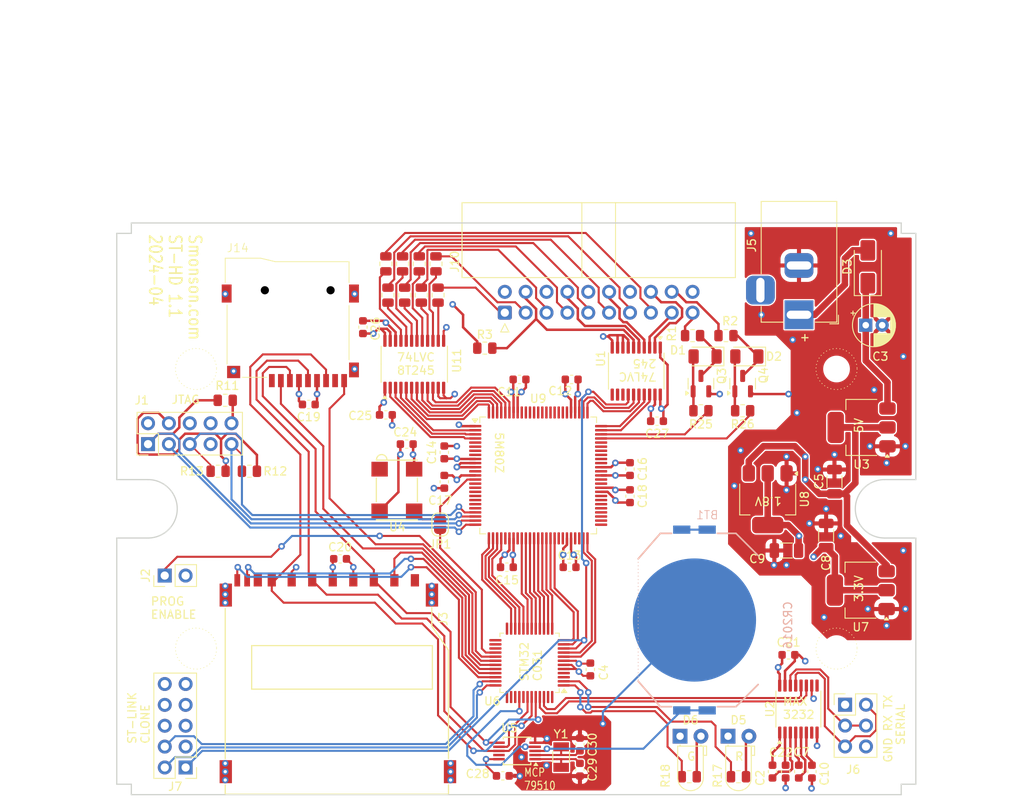
<source format=kicad_pcb>
(kicad_pcb (version 20221018) (generator pcbnew)
  (layers (0 "F.Cu" signal) (1 "In1.Cu" signal) (2 "In2.Cu" signal) (31 "B.Cu" signal) (34 "B.Paste" user) (35 "F.Paste" user) (36 "B.SilkS" user "B.Silkscreen") (37 "F.SilkS" user "F.Silkscreen") (38 "B.Mask" user) (39 "F.Mask" user) (44 "Edge.Cuts" user))
  (net 0 "")
  (net 1 "/ACSI/DRQ")
  (net 2 "Net-(D3-K)")
  (net 3 "Net-(D1-A)")
  (net 4 "/ACSI/IRQ")
  (net 5 "Net-(D2-A)")
  (net 6 "Net-(J10-Pin_1)")
  (net 7 "Net-(J10-Pin_2)")
  (net 10 "Net-(J10-Pin_3)")
  (net 11 "GND")
  (net 12 "+5V")
  (net 13 "+3V3")
  (net 14 "Net-(J10-Pin_4)")
  (net 15 "Net-(J10-Pin_5)")
  (net 16 "Net-(J10-Pin_6)")
  (net 17 "Net-(J10-Pin_7)")
  (net 18 "Net-(J10-Pin_8)")
  (net 20 "/ACSI/CS")
  (net 21 "/ACSI/RESET")
  (net 22 "/ACSI/ACK")
  (net 23 "/ACSI/A1")
  (net 24 "/ACSI/RW")
  (net 26 "/ACSI/D0")
  (net 27 "/ACSI/D1")
  (net 28 "/ACSI/D2")
  (net 29 "+1V8")
  (net 30 "/ACSI/D3")
  (net 31 "/ACSI/D4")
  (net 32 "/ACSI/D5")
  (net 33 "/ACSI/D6")
  (net 34 "/ACSI/D7")
  (net 38 "/AVR_SS0")
  (net 40 "/CLK32")
  (net 42 "/Microcontroller/SWCLK")
  (net 44 "/Microcontroller/SWDIO")
  (net 45 "Net-(U2-C1+)")
  (net 46 "Net-(U2-C1-)")
  (net 47 "Net-(U2-C2+)")
  (net 48 "Net-(U2-C2-)")
  (net 49 "Net-(U2-VS-)")
  (net 50 "Net-(U2-VS+)")
  (net 54 "/Microcontroller/LED0")
  (net 55 "Net-(D5-A)")
  (net 56 "Net-(D6-A)")
  (net 57 "/Microcontroller/LED1")
  (net 58 "/Microcontroller/TX")
  (net 59 "Net-(J6-Pin_2)")
  (net 60 "/Microcontroller/RX")
  (net 61 "/CARD0_DET")
  (net 62 "/CARD1_DET")
  (net 63 "/Microcontroller/CLK_SS")
  (net 64 "/MOSI")
  (net 65 "/SCK")
  (net 66 "/MISO")
  (net 69 "/TCK")
  (net 70 "/TD0")
  (net 71 "/TMS")
  (net 72 "/TDI")
  (net 73 "/F_DRQ")
  (net 74 "/F_IRQ")
  (net 75 "/F_RW")
  (net 76 "/F_A1")
  (net 77 "/F_ACK")
  (net 78 "/F_RESET")
  (net 79 "/F_CS")
  (net 80 "/F_D7")
  (net 81 "/F_D6")
  (net 82 "/F_D5")
  (net 83 "/F_D4")
  (net 84 "/F_D3")
  (net 85 "/F_D2")
  (net 86 "/F_D1")
  (net 87 "/F_D0")
  (net 88 "/F_BUS_DIR")
  (net 92 "Net-(U5-X1)")
  (net 93 "Net-(U5-X2)")
  (net 96 "Net-(BT1-+)")
  (net 97 "/AVR_SS1")
  (net 98 "Net-(J6-Pin_3)")
  (net 99 "/CARD1_WP")
  (net 100 "/A_D0")
  (net 101 "/A_D1")
  (net 102 "/A_D2")
  (net 103 "/A_D3")
  (net 104 "/A_D4")
  (net 105 "/A_D5")
  (net 106 "/A_D6")
  (net 107 "/A_D7")
  (net 108 "/A_EXTRA")
  (net 109 "/A_READY")
  (net 110 "/A_INT")
  (net 111 "/A_CMD")
  (net 112 "/A_BUS_DIR")
  (net 113 "/A_EXTRA2")
  (net 114 "Net-(D1-K)")
  (net 115 "Net-(D2-K)")
  (net 116 "Net-(D3-A)")
  (net 170 "Net-(J2-Pin_1)")
  (net 176 "/A_CS")
  (net 177 "/A_CLKOUT")
  (footprint "Capacitor_SMD:C_1206_3216Metric" (layer "F.Cu") (at 142.24 90.678 90)
    (fp_text reference "C5")
    (fp_text value "4.7uF")
  )
  (footprint "Capacitor_THT:CP_Radial_D5.0mm_P2.00mm" (layer "F.Cu") (at 146.05 71.628)
    (fp_text reference "C3")
    (fp_text value "4.7uF")
  )
  (footprint "Connector_PinHeader_2.54mm:PinHeader_2x05_P2.54mm_Vertical" (layer "F.Cu") (at 58.674 86.106 90)
    (fp_text reference "J1")
    (fp_text value "JTAG")
  )
  (footprint "Resistor_SMD:R_0805_2012Metric" (layer "F.Cu") (at 71.0165 89.408)
    (fp_text reference "R12")
    (fp_text value "1K")
  )
  (footprint "Resistor_SMD:R_0805_2012Metric" (layer "F.Cu") (at 67.2065 89.408)
    (fp_text reference "R13")
    (fp_text value "10K")
  )
  (footprint "Resistor_SMD:R_0805_2012Metric" (layer "F.Cu") (at 68.072 80.772)
    (fp_text reference "R11")
    (fp_text value "1K")
  )
  (footprint "Capacitor_SMD:C_0603_1608Metric" (layer "F.Cu") (at 117.348 92.443 90)
    (fp_text reference "C18")
    (fp_text value "0.1uF")
  )
  (footprint "Capacitor_SMD:C_0603_1608Metric" (layer "F.Cu") (at 110.249 78.232)
    (fp_text reference "C12")
    (fp_text value "0.1uF")
  )
  (footprint "Capacitor_SMD:C_0603_1608Metric" (layer "F.Cu") (at 94.742 90.691 -90)
    (fp_text reference "C17")
    (fp_text value "0.1uF")
  )
  (footprint "Capacitor_SMD:C_0603_1608Metric" (layer "F.Cu") (at 117.348 89.141 90)
    (fp_text reference "C16")
    (fp_text value "0.1uF")
  )
  (footprint "Capacitor_SMD:C_0603_1608Metric" (layer "F.Cu") (at 94.742 87.109 90)
    (fp_text reference "C14")
    (fp_text value "0.1uF")
  )
  (footprint "simon:Altronics_H0190_mounting_hole" (layer "F.Cu") (at 142.494 110.998)
    (fp_text reference "H4" hide)
    (fp_text value "MountingHole" hide)
  )
  (footprint "simon:Altronics_H0190_mounting_hole" (layer "F.Cu") (at 142.494 76.962)
    (fp_text reference "H3" hide)
    (fp_text value "MountingHole" hide)
  )
  (footprint "Package_TO_SOT_SMD:SOT-223-3_TabPin2" (layer "F.Cu") (at 145.44 103.886 180)
    (fp_text reference "U7")
    (fp_text value "AMS1117-3.3")
  )
  (footprint "Package_TO_SOT_SMD:SOT-223-3_TabPin2" (layer "F.Cu") (at 134.112 92.812 -90)
    (fp_text reference "U8")
    (fp_text value "AMS1117-1.8")
  )
  (footprint "Capacitor_SMD:C_1206_3216Metric" (layer "F.Cu") (at 141.224 97.233 90)
    (fp_text reference "C8")
    (fp_text value "4.7uF")
  )
  (footprint "Capacitor_SMD:C_1206_3216Metric" (layer "F.Cu") (at 136.398 99.06 180)
    (fp_text reference "C9")
    (fp_text value "4.7uF")
  )
  (footprint "simon:XO_7x5" (layer "F.Cu") (at 88.773 91.821 90)
    (fp_text reference "U4")
    (fp_text value "Oscillator7x5")
  )
  (footprint "Capacitor_SMD:C_0603_1608Metric" (layer "F.Cu") (at 102.362 101.092)
    (fp_text reference "C15")
    (fp_text value "0.1uF")
  )
  (footprint "simon:Altronics_H0190_mounting_hole" (layer "F.Cu") (at 64.516 76.962)
    (fp_text reference "H1" hide)
    (fp_text value "MountingHole" hide)
  )
  (footprint "simon:Altronics_H0190_mounting_hole" (layer "F.Cu") (at 64.516 110.998)
    (fp_text reference "H2" hide)
    (fp_text value "MountingHole" hide)
  )
  (footprint "Connector_BarrelJack:BarrelJack_Horizontal" (layer "F.Cu") (at 137.922 70.358 -90)
    (fp_text reference "J5")
    (fp_text value "Conn_01x02_Female")
  )
  (footprint "Capacitor_SMD:C_0603_1608Metric" (layer "F.Cu") (at 136.639 111.76)
    (fp_text reference "C21")
    (fp_text value "0.1uF")
  )
  (footprint "Capacitor_SMD:C_0603_1608Metric" (layer "F.Cu") (at 78.245 81.28)
    (fp_text reference "C19")
    (fp_text value "0.1uF")
  )
  (footprint "Package_QFP:TQFP-100_14x14mm_P0.5mm" (layer "F.Cu") (at 106.172 89.916)
    (fp_text reference "U9")
    (fp_text value "5M80Z")
  )
  (footprint "Package_SO:MSOP-10_3x3mm_P0.5mm" (layer "F.Cu") (at 103.597 123.458 180)
    (fp_text reference "U5")
    (fp_text value "MCP795xx")
  )
  (footprint "Package_TO_SOT_SMD:SOT-223-3_TabPin2" (layer "F.Cu") (at 145.542 84.074 180)
    (fp_text reference "U3")
    (fp_text value "AZ1117-5.0")
  )
  (footprint "Capacitor_SMD:C_0603_1608Metric" (layer "F.Cu") (at 87.63 82.55)
    (fp_text reference "C25")
    (fp_text value "0.1uF")
  )
  (footprint "LED_THT:LED_D3.0mm_Horizontal_O1.27mm_Z2.0mm" (layer "F.Cu") (at 123.444 121.666)
    (fp_text reference "D6")
    (fp_text value "LED")
  )
  (footprint "Capacitor_SMD:C_0603_1608Metric" (layer "F.Cu") (at 136.2964 125.9716 -90)
    (fp_text reference "C22")
    (fp_text value "C")
  )
  (footprint "Connector_PinHeader_2.54mm:PinHeader_1x02_P2.54mm_Vertical" (layer "F.Cu") (at 60.706 102.108 90)
    (fp_text reference "J2")
    (fp_text value "Program_enable")
  )
  (footprint "Capacitor_SMD:C_0603_1608Metric" (layer "F.Cu") (at 82.055 100.076)
    (fp_text reference "C20")
    (fp_text value "0.1uF")
  )
  (footprint "Resistor_SMD:R_0805_2012Metric" (layer "F.Cu") (at 91.948 67.9685 90)
    (fp_text reference "R19" hide)
    (fp_text value "220")
  )
  (footprint "Package_TO_SOT_SMD:SOT-23" (layer "F.Cu") (at 131.064 78.74 90)
    (fp_text reference "Q4")
    (fp_text value "BC847")
  )
  (footprint "Package_TO_SOT_SMD:SOT-23" (layer "F.Cu") (at 125.984 78.74 90)
    (fp_text reference "Q3")
    (fp_text value "BC847")
  )
  (footprint "Package_SO:TSSOP-16_4.4x5mm_P0.65mm" (layer "F.Cu") (at 137.8458 118.364 90)
    (fp_text reference "U2")
    (fp_text value "MAX3232")
  )
  (footprint "Resistor_SMD:R_0805_2012Metric" (layer "F.Cu") (at 91.694 64.1585 90)
    (fp_text reference "R20" hide)
    (fp_text value "220")
  )
  (footprint "Package_QFP:LQFP-48_7x7mm_P0.5mm" (layer "F.Cu") (at 105.125 112.732 180)
    (fp_text reference "U6")
    (fp_text value "STM32C031CxT")
  )
  (footprint "simon:Crystal_SMD_ECX_31B-2Pin_3.2x1.5mm" (layer "F.Cu") (at 108.966 124.206 90)
    (fp_text reference "Y1")
    (fp_text value "32KHz")
  )
  (footprint "simon:MicroSD_card_MSD-4-A" (layer "F.Cu") (at 75.946 71.374 180)
    (fp_text reference "J14")
    (fp_text value "MicroSD Card 0")
  )
  (footprint "Capacitor_SMD:C_0603_1608Metric" (layer "F.Cu") (at 84.836 71.869 90)
    (fp_text reference "C26")
    (fp_text value "0.1uF")
  )
  (footprint "Resistor_SMD:R_0805_2012Metric" (layer "F.Cu") (at 87.63 64.1585 90)
    (fp_text reference "R24" hide)
    (fp_text value "220")
  )
  (footprint "Resistor_SMD:R_0805_2012Metric" (layer "F.Cu") (at 87.884 67.9685 90)
    (fp_text reference "R23" hide)
    (fp_text value "220")
  )
  (footprint "Resistor_SMD:R_0805_2012Metric" (layer "F.Cu") (at 93.726 64.1585 90)
    (fp_text reference "R15" hide)
    (fp_text value "220")
  )
  (footprint "Diode_SMD:D_1206_3216Metric" (layer "F.Cu") (at 131.572 75.438 180)
    (fp_text reference "D2")
    (fp_text value "D_Schottky")
  )
  (footprint "Resistor_SMD:R_0805_2012Metric" (layer "F.Cu") (at 129.032 72.898 180)
    (fp_text reference "R2")
    (fp_text value "220")
  )
  (footprint "Diode_SMD:D_1206_3216Metric" (layer "F.Cu") (at 126.492 75.438 180)
    (fp_text reference "D1")
    (fp_text value "D_Schottky")
  )
  (footprint "Capacitor_SMD:C_0603_1608Metric" (layer "F.Cu") (at 90.17 86.106 180)
    (fp_text reference "C24")
    (fp_text value "0.1uF")
  )
  (footprint "LED_THT:LED_D3.0mm_Horizontal_O1.27mm_Z2.0mm" (layer "F.Cu") (at 129.286 121.666)
    (fp_text reference "D5")
    (fp_text value "LED")
  )
  (footprint "Resistor_SMD:R_0805_2012Metric" (layer "F.Cu") (at 89.916 67.9685 90)
    (fp_text reference "R21" hide)
    (fp_text value "220")
  )
  (footprint "Resistor_SMD:R_0805_2012Metric" (layer "F.Cu") (at 125.984 82.042 180)
    (fp_text reference "R25")
    (fp_text value "1K")
  )
  (footprint "Resistor_SMD:R_0805_2012Metric" (layer "F.Cu") (at 131.064 82.042 180)
    (fp_text reference "R26")
    (fp_text value "1K")
  )
  (footprint "Resistor_SMD:R_0805_2012Metric" (layer "F.Cu") (at 99.6715 74.422)
    (fp_text reference "R3")
    (fp_text value "10K")
  )
  (footprint "Capacitor_SMD:C_0603_1608Metric" (layer "F.Cu") (at 120.637 83.312 180)
    (fp_text reference "C27")
    (fp_text value "0.1uF")
  )
  (footprint "Capacitor_SMD:C_0603_1608Metric" (layer "F.Cu") (at 139.4968 125.9716 -90)
    (fp_text reference "C10")
    (fp_text value "C")
  )
  (footprint "simon:Amphenol_SD_Card_GSD090012SEU" (layer "F.Cu") (at 81.788 115.638)
    (fp_text reference "J3")
    (fp_text value "SD Card 1")
  )
  (footprint "Package_SO:TSSOP-20_4.4x6.5mm_P0.65mm" (layer "F.Cu") (at 118.11 77.216 -90)
    (fp_text reference "U1")
    (fp_text value "74LVC245")
  )
  (footprint "Capacitor_SMD:C_0603_1608Metric" (layer "F.Cu") (at 112.522 113.538 90)
    (fp_text reference "C4")
    (fp_text value "0.1uF")
  )
  (footprint "Capacitor_SMD:C_0603_1608Metric" (layer "F.Cu") (at 103.899 78.232)
    (fp_text reference "C11")
    (fp_text value "0.1uF")
  )
  (footprint "Capacitor_SMD:C_0603_1608Metric" (layer "F.Cu") (at 101.867 126.492)
    (fp_text reference "C28")
    (fp_text value "0.1uF")
  )
  (footprint "Resistor_SMD:R_0805_2012Metric" (layer "F.Cu") (at 93.98 67.9685 90)
    (fp_text reference "R14" hide)
    (fp_text value "220")
  )
  (footprint "Capacitor_SMD:C_0603_1608Metric" (layer "F.Cu") (at 109.995 101.092)
    (fp_text reference "C13")
    (fp_text value "0.1uF")
  )
  (footprint "Resistor_SMD:R_0805_2012Metric" (layer "F.Cu") (at 124.5635 126.5955)
    (fp_text reference "R18")
    (fp_text value "220")
  )
  (footprint "Connector_PinHeader_2.54mm:PinHeader_2x03_P2.54mm_Vertical" (layer "F.Cu") (at 143.5354 117.8306)
    (fp_text reference "J6")
    (fp_text value "Conn_02x03_Odd_Even")
  )
  (footprint "Capacitor_SMD:C_0603_1608Metric" (layer "F.Cu") (at 111.252 125.743 -90)
    (fp_text reference "C29")
    (fp_text value "3pF")
  )
  (footprint "Capacitor_SMD:C_0603_1608Metric" (layer "F.Cu") (at 111.252 122.669 90)
    (fp_text reference "C30")
    (fp_text value "3pF")
  )
  (footprint "Capacitor_SMD:C_0603_1608Metric" (layer "F.Cu") (at 134.6962 125.9722 -90)
    (fp_text reference "C2")
    (fp_text value "C")
  )
  (footprint "Resistor_SMD:R_0805_2012Metric" (layer "F.Cu") (at 130.556 126.5955)
    (fp_text reference "R17")
    (fp_text value "220")
  )
  (footprint "Diode_SMD:D_SMA" (layer "F.Cu") (at 146.304 64.516 90)
    (fp_text reference "D3")
    (fp_text value "D")
  )
  (footprint "Connector_PinHeader_2.54mm:PinHeader_2x05_P2.54mm_Vertical" (layer "F.Cu") (at 63.251 125.471 180)
    (fp_text reference "J7")
    (fp_text value "ST-LINK")
  )
  (footprint "Resistor_SMD:R_0805_2012Metric" (layer "F.Cu") (at 124.968 72.898 180)
    (fp_text reference "R1")
    (fp_text value "220")
  )
  (footprint "Package_SO:TSSOP-24_4.4x7.8mm_P0.65mm" (layer "F.Cu") (at 91.085 76.3855 90)
    (fp_text reference "U11")
    (fp_text value "74LVC8T245")
  )
  (footprint "Capacitor_SMD:C_0603_1608Metric" (layer "F.Cu") (at 137.8966 125.9722 -90)
    (fp_text reference "C7")
    (fp_text value "C")
  )
  (footprint "Resistor_SMD:R_0805_2012Metric" (layer "F.Cu") (at 89.662 64.1585 90)
    (fp_text reference "R22" hide)
    (fp_text value "220")
  )
  (footprint "Jumper:SolderJumper-2_P1.3mm_Open_RoundedPad1.0x1.5mm" (layer "F.Cu") (at 94.234 95.9 90)
    (fp_text reference "JP1")
    (fp_text value "SolderJumper_2_Open")
  )
  (footprint "simon:IDC-Header_DB19_P2.54mm_Horizontal" (layer "F.Cu") (at 102.108 70.104 90)
    (fp_text reference "J10")
    (fp_text value "ST ACSI BUS")
  )
  (footprint "simon:712-BAT-HLD-002-SMT" (layer "B.Cu") (at 125.196 107.52 -90)
    (fp_text reference "BT1")
    (fp_text value "Battery_Cell")
  )
  (gr_arc (start 148.336 97.536) (mid 144.78 93.98) (end 148.336 90.424) (stroke (width 0.15)) (layer "Edge.Cuts"))
  (gr_arc (start 58.674 90.424) (mid 62.23 93.98) (end 58.674 97.536) (stroke (width 0.15)) (layer "Edge.Cuts"))
  (gr_line (start 150.368 60.452) (end 150.368 59.182) (stroke (width 0.15)) (layer "Edge.Cuts"))
  (gr_line (start 58.674 90.424) (end 54.864 90.424) (stroke (width 0.15)) (layer "Edge.Cuts"))
  (gr_line (start 150.368 128.778) (end 56.642 128.778) (stroke (width 0.15)) (layer "Edge.Cuts"))
  (gr_line (start 54.864 127.508) (end 56.642 127.508) (stroke (width 0.15)) (layer "Edge.Cuts"))
  (gr_line (start 152.146 90.424) (end 152.146 60.452) (stroke (width 0.15)) (layer "Edge.Cuts"))
  (gr_line (start 54.864 60.452) (end 56.642 60.452) (stroke (width 0.15)) (layer "Edge.Cuts"))
  (gr_line (start 150.368 128.778) (end 150.368 127.508) (stroke (width 0.15)) (layer "Edge.Cuts"))
  (gr_line (start 152.146 60.452) (end 150.368 60.452) (stroke (width 0.15)) (layer "Edge.Cuts"))
  (gr_line (start 152.146 97.536) (end 152.146 127.508) (stroke (width 0.15)) (layer "Edge.Cuts"))
  (gr_line (start 58.674 97.536) (end 54.864 97.536) (stroke (width 0.15)) (layer "Edge.Cuts"))
  (gr_line (start 54.864 90.424) (end 54.864 60.452) (stroke (width 0.15)) (layer "Edge.Cuts"))
  (gr_line (start 152.146 127.508) (end 150.368 127.508) (stroke (width 0.15)) (layer "Edge.Cuts"))
  (gr_line (start 54.864 97.536) (end 54.864 127.508) (stroke (width 0.15)) (layer "Edge.Cuts"))
  (gr_line (start 56.642 127.508) (end 56.642 128.778) (stroke (width 0.15)) (layer "Edge.Cuts"))
  (gr_line (start 152.146 90.424) (end 148.336 90.424) (stroke (width 0.15)) (layer "Edge.Cuts"))
  (gr_line (start 152.146 97.536) (end 148.336 97.536) (stroke (width 0.15)) (layer "Edge.Cuts"))
  (gr_line (start 56.642 60.452) (end 56.642 59.182) (stroke (width 0.15)) (layer "Edge.Cuts"))
  (gr_line (start 56.642 59.182) (end 150.368 59.182) (stroke (width 0.15)) (layer "Edge.Cuts"))
  (gr_text "CR2016" (at 137.16 105.156 90) (layer "B.SilkS") (effects (font (size 1 1)) (justify left bottom mirror)))
  (gr_text "JTAG" (at 61.468 81.28) (layer "F.SilkS") (effects (font (size 1 1)) (justify left bottom)))
  (gr_text "74LVC\n8T245" (at 88.9 77.724) (layer "F.SilkS") (effects (font (size 1 1)) (justify left bottom)))
  (gr_text "Smonson.com \nST-HD 1.1\n2024-04" (at 61.976 60.452 270) (layer "F.SilkS") (effects (font (size 1.5 1.25) (thickness 0.2)) (justify left)))
  (gr_text "74LVC\n245" (at 120.65 75.692 180) (layer "F.SilkS") (effects (font (size 1 1)) (justify left bottom)))
  (gr_text "MCP\n79510" (at 104.394 128.27) (layer "F.SilkS") (effects (font (size 1 0.8) (thickness 0.12)) (justify left bottom)))
  (gr_text "1.8V" (at 135.89 92.456 180) (layer "F.SilkS") (effects (font (size 1 1)) (justify left bottom)))
  (gr_text "PROG\nENABLE" (at 58.928 107.442) (layer "F.SilkS") (effects (font (size 1 1)) (justify left bottom)))
  (gr_text "ST-LINK\nCLONE" (at 58.928 122.682 90) (layer "F.SilkS") (effects (font (size 1 1)) (justify left bottom)))
  (gr_text "+" (at 137.922 73.66) (layer "F.SilkS") (effects (font (size 1 1)) (justify left bottom)))
  (gr_text "GND RX TX" (at 149.352 124.968 90) (layer "F.SilkS") (effects (font (size 1 1)) (justify left bottom)))
  (gr_text "MAX\n3232" (at 135.89 119.634) (layer "F.SilkS") (effects (font (size 1 1)) (justify left bottom)))
  (gr_text "G" (at 124.206 124.714) (layer "F.SilkS") (effects (font (size 1 1)) (justify left bottom)))
  (gr_text "5M80Z" (at 100.838 84.582 -90) (layer "F.SilkS") (effects (font (size 1 1)) (justify left bottom)))
  (gr_text "5V" (at 145.796 84.836 90) (layer "F.SilkS") (effects (font (size 1 1)) (justify left bottom)))
  (gr_text "R" (at 130.048 124.714) (layer "F.SilkS") (effects (font (size 1 1)) (justify left bottom)))
  (gr_text "STM32\nC031" (at 106.68 115.062 90) (layer "F.SilkS") (effects (font (size 1 1)) (justify left bottom)))
  (gr_text "SERIAL" (at 150.876 122.8344 90) (layer "F.SilkS") (effects (font (size 1 1)) (justify left bottom)))
  (gr_text "3.3V" (at 145.796 105.41 90) (layer "F.SilkS") (effects (font (size 1 1)) (justify left bottom)))
  (segment (start 128.1195 71.4775) (end 128.1195 72.898) (width 0.3) (layer "F.Cu") (net 1))
  (segment (start 122.428 67.564) (end 122.936 67.564) (width 0.3) (layer "F.Cu") (net 1))
  (segment (start 122.936 67.564) (end 124.206 68.834) (width 0.3) (layer "F.Cu") (net 1))
  (segment (start 124.206 68.834) (end 125.476 68.834) (width 0.3) (layer "F.Cu") (net 1))
  (segment (start 125.476 68.834) (end 128.1195 71.4775) (width 0.3) (layer "F.Cu") (net 1))
  (segment (start 146.05 75.946) (end 148.692 78.588) (width 0.8) (layer "F.Cu") (net 2))
  (segment (start 146.304 66.516) (end 146.05 66.77) (width 0.8) (layer "F.Cu") (net 2))
  (segment (start 146.05 66.77) (end 146.05 71.628) (width 0.8) (layer "F.Cu") (net 2))
  (segment (start 148.692 78.588) (end 148.692 81.774) (width 0.8) (layer "F.Cu") (net 2))
  (segment (start 146.05 71.628) (end 146.05 75.946) (width 0.8) (layer "F.Cu") (net 2))
  (segment (start 125.034 75.496) (end 125.034 79.6775) (width 0.3) (layer "F.Cu") (net 3))
  (segment (start 125.092 75.438) (end 125.034 75.496) (width 0.3) (layer "F.Cu") (net 3))
  (segment (start 125.0715 80.3675) (end 125.0715 82.042) (width 0.3) (layer "F.Cu") (net 3))
  (segment (start 125.034 80.33) (end 125.0715 80.3675) (width 0.3) (layer "F.Cu") (net 3))
  (segment (start 125.034 79.6775) (end 125.034 80.33) (width 0.3) (layer "F.Cu") (net 3))
  (segment (start 124.0555 72.898) (end 124.0555 71.7785) (width 0.3) (layer "F.Cu") (net 4))
  (segment (start 124.0555 71.7785) (end 124.968 70.866) (width 0.3) (layer "F.Cu") (net 4))
  (segment (start 124.968 70.866) (end 124.968 70.104) (width 0.3) (layer "F.Cu") (net 4))
  (segment (start 130.114 75.496) (end 130.114 79.6775) (width 0.3) (layer "F.Cu") (net 5))
  (segment (start 130.172 75.438) (end 130.114 75.496) (width 0.3) (layer "F.Cu") (net 5))
  (segment (start 130.114 82.0045) (end 130.1515 82.042) (width 0.3) (layer "F.Cu") (net 5))
  (segment (start 130.114 79.6775) (end 130.114 82.0045) (width 0.3) (layer "F.Cu") (net 5))
  (segment (start 98.552 67.056) (end 93.98 67.056) (width 0.25) (layer "F.Cu") (net 6))
  (segment (start 101.6 70.104) (end 98.552 67.056) (width 0.25) (layer "F.Cu") (net 6))
  (segment (start 102.108 70.104) (end 101.6 70.104) (width 0.25) (layer "F.Cu") (net 6))
  (segment (start 103.378 68.834) (end 101.211 68.834) (width 0.25) (layer "F.Cu") (net 7))
  (segment (start 104.648 70.104) (end 103.378 68.834) (width 0.25) (layer "F.Cu") (net 7))
  (segment (start 95.623 63.246) (end 93.726 63.246) (width 0.25) (layer "F.Cu") (net 7))
  (segment (start 101.211 68.834) (end 95.623 63.246) (width 0.25) (layer "F.Cu") (net 7))
  (segment (start 105.918 67.056) (end 101.3105 62.4485) (width 0.25) (layer "F.Cu") (net 10))
  (segment (start 105.918 68.326) (end 105.918 67.056) (width 0.25) (layer "F.Cu") (net 10))
  (segment (start 92.679 62.515) (end 92.679 66.071) (width 0.25) (layer "F.Cu") (net 10))
  (segment (start 107.188 70.104) (end 107.188 69.596) (width 0.25) (layer "F.Cu") (net 10))
  (segment (start 92.7455 62.4485) (end 92.679 62.515) (width 0.25) (layer "F.Cu") (net 10))
  (segment (start 107.188 69.596) (end 105.918 68.326) (width 0.25) (layer "F.Cu") (net 10))
  (segment (start 92.679 66.071) (end 91.948 66.802) (width 0.25) (layer "F.Cu") (net 10))
  (segment (start 91.948 66.802) (end 91.948 67.056) (width 0.25) (layer "F.Cu") (net 10))
  (segment (start 101.3105 62.4485) (end 92.7455 62.4485) (width 0.25) (layer "F.Cu") (net 10))
  (segment (start 79.02 81.28) (end 79.246 81.054) (width 0.3) (layer "F.Cu") (net 11))
  (segment (start 115.596 88.366) (end 117.348 88.366) (width 0.3) (layer "F.Cu") (net 11))
  (segment (start 136.2964 126.7466) (end 136.2964 127.9652) (width 0.3) (layer "F.Cu") (net 11))
  (segment (start 115.596 91.668) (end 117.348 91.668) (width 0.3) (layer "F.Cu") (net 11))
  (segment (start 114.6936 72.9984) (end 114.0852 72.9984) (width 0.3) (layer "F.Cu") (net 11))
  (segment (start 94.742 86.334) (end 96.24 86.334) (width 0.3) (layer "F.Cu") (net 11))
  (segment (start 76.708 101.092) (end 76.163 101.637) (width 0.25) (layer "F.Cu") (net 11))
  (segment (start 112.453003 112.831997) (end 112.522 112.763) (width 0.25) (layer "F.Cu") (net 11))
  (segment (start 103.087505 99.592587) (end 103.172 99.508092) (width 0.3) (layer "F.Cu") (net 11))
  (segment (start 88.405 83.807) (end 88.392 83.82) (width 0.3) (layer "F.Cu") (net 11))
  (segment (start 110.672 80.336) (end 110.672 82.2535) (width 0.3) (layer "F.Cu") (net 11))
  (segment (start 115.57 88.392) (end 115.046 88.916) (width 0.3) (layer "F.Cu") (net 11))
  (segment (start 140.1208 122.8344) (end 140.1208 121.2265) (width 0.3) (layer "F.Cu") (net 11))
  (segment (start 115.185 74.3535) (end 115.185 73.4898) (width 0.3) (layer "F.Cu") (net 11))
  (segment (start 116.5744 72.8472) (end 115.7616 72.8472) (width 0.3) (layer "F.Cu") (net 11))
  (segment (start 94.996 71.882) (end 94.996 72.009) (width 0.25) (layer "F.Cu") (net 11))
  (segment (start 88.81 72.471382) (end 88.81 73.523) (width 0.3) (layer "F.Cu") (net 11))
  (segment (start 96.266 88.9) (end 96.25 88.916) (width 0.3) (layer "F.Cu") (net 11))
  (segment (start 114.8448 72.8472) (end 114.6936 72.9984) (width 0.3) (layer "F.Cu") (net 11))
  (segment (start 116.485 74.3535) (end 116.485 72.9366) (width 0.3) (layer "F.Cu") (net 11))
  (segment (start 87.397262 71.094) (end 87.625631 71.322369) (width 0.3) (layer "F.Cu") (net 11))
  (segment (start 119.888 81.788) (end 120.385 81.291) (width 0.3) (layer "F.Cu") (net 11))
  (segment (start 132.3465 80.01) (end 132.014 79.6775) (width 0.3) (layer "F.Cu") (net 11))
  (segment (start 115.835 72.9206) (end 115.7616 72.8472) (width 0.3) (layer "F.Cu") (net 11))
  (segment (start 117.135 73.4078) (end 116.5744 72.8472) (width 0.3) (layer "F.Cu") (net 11))
  (segment (start 119.888 81.788) (end 119.888 83.286) (width 0.3) (layer "F.Cu") (net 11))
  (segment (start 110.998 80.01) (end 110.672 80.336) (width 0.3) (layer "F.Cu") (net 11))
  (segment (start 94.01 79.248) (end 94.01 80.294) (width 0.25) (layer "F.Cu") (net 11))
  (segment (start 103.087505 101.042505) (end 103.137 101.092) (width 0.3) (layer "F.Cu") (net 11))
  (segment (start 139.4708 115.5015) (end 139.4708 116.8648) (width 0.25) (layer "F.Cu") (net 11))
  (segment (start 107.239 121.95) (end 106.731 122.458) (width 0.25) (layer "F.Cu") (net 11))
  (segment (start 87.660987 71.322369) (end 88.81 72.471382) (width 0.3) (layer "F.Cu") (net 11))
  (segment (start 89.395 87.363) (end 89.395 86.106) (width 0.3) (layer "F.Cu") (net 11))
  (segment (start 79.246 80.008) (end 79.246 78.374) (width 0.3) (layer "F.Cu") (net 11))
  (segment (start 103.087505 99.592587) (end 103.087505 101.042505) (width 0.3) (layer "F.Cu") (net 11))
  (segment (start 94.234 80.518) (end 94.996 80.518) (width 0.25) (layer "F.Cu") (net 11))
  (segment (start 102.642 126.492) (end 103.907 126.492) (width 0.25) (layer "F.Cu") (net 11))
  (segment (start 98.5095 88.416) (end 96.75 88.416) (width 0.3) (layer "F.Cu") (net 11))
  (segment (start 84.836 71.094) (end 87.397262 71.094) (width 0.3) (layer "F.Cu") (net 11))
  (segment (start 110.77 99.848) (end 110.49 99.568) (width 0.3) (layer "F.Cu") (net 11))
  (segment (start 136.2208 115.5015) (end 136.2208 113.7152) (width 0.3) (layer "F.Cu") (net 11))
  (segment (start 103.907 126.492) (end 103.937 126.522) (width 0.25) (layer "F.Cu") (net 11))
  (segment (start 94.66 80.182) (end 94.996 80.518) (width 0.25) (layer "F.Cu") (net 11))
  (segment (start 96.52 83.743001) (end 96.692999 83.916) (width 0.3) (layer "F.Cu") (net 11))
  (segment (start 120.385 81.291) (end 120.385 80.0785) (width 0.3) (layer "F.Cu") (net 11))
  (segment (start 95.504 80.518) (end 96.012 80.01) (width 0.25) (layer "F.Cu") (net 11))
  (segment (start 139.4968 126.7466) (end 139.4968 127.9652) (width 0.3) (layer "F.Cu") (net 11))
  (segment (start 115.185 73.4898) (end 114.6936 72.9984) (width 0.3) (layer "F.Cu") (net 11))
  (segment (start 94.996 72.009) (end 94.66 72.345) (width 0.25) (layer "F.Cu") (net 11))
  (segment (start 128.27 80.01) (end 127.2665 80.01) (width 0.3) (layer "F.Cu") (net 11))
  (segment (start 110.49 99.568) (end 110.172 99.25) (width 0.3) (layer "F.Cu") (net 11))
  (segment (start 111.1225 112.831997) (end 112.453003 112.831997) (width 0.25) (layer "F.Cu") (net 11))
  (segment (start 79.248 80.01) (end 79.246 80.008) (width 0.3) (layer "F.Cu") (net 11))
  (segment (start 136.2208 113.7152) (end 137.414 112.522) (width 0.3) (layer "F.Cu") (net 11))
  (segment (start 110.172 99.25) (end 110.172 97.5785) (width 0.3) (layer "F.Cu") (net 11))
  (segment (start 115.835 74.3535) (end 115.835 72.9206) (width 0.3) (layer "F.Cu") (net 11))
  (segment (start 137.414 111.76) (end 137.922 111.76) (width 0.3) (layer "F.Cu") (net 11))
  (segment (start 139.4708 116.8648) (end 139.7 117.094) (width 0.25) (layer "F.Cu") (net 11))
  (segment (start 111.1225 112.831997) (end 110.772503 112.482) (width 0.25) (layer "F.Cu") (net 11))
  (segment (start 119.888 83.286) (end 119.862 83.312) (width 0.3) (layer "F.Cu") (net 11))
  (segment (start 110.772503 112.482) (end 109.2875 112.482) (width 0.25) (layer "F.Cu") (net 11))
  (segment (start 87.625631 71.322369) (end 87.660987 71.322369) (width 0.3) (layer "F.Cu") (net 11))
  (segment (start 136.652 80.01) (end 132.3465 80.01) (width 0.3) (layer "F.Cu") (net 11))
  (segment (start 111.024 79.984) (end 110.998 80.01) (width 0.3) (layer "F.Cu") (net 11))
  (segment (start 103.672 80.224) (end 103.672 82.2535) (width 0.3) (layer "F.Cu") (net 11))
  (segment (start 76.163 101.637) (end 76.163 102.684) (width 0.25) (layer "F.Cu") (net 11))
  (segment (start 94.996 80.518) (end 95.504 80.518) (width 0.25) (layer "F.Cu") (net 11))
  (segment (start 89.395 87.363) (end 89.154 87.604) (width 0.3) (layer "F.Cu") (net 11))
  (segment (start 89.154 91.948) (end 86.868 94.234) (width 0.3) (layer "F.Cu") (net 11))
  (segment (start 115.57 88.392) (end 115.596 88.366) (width 0.3) (layer "F.Cu") (net 11))
  (segment (start 96.692999 83.916) (end 98.5095 83.916) (width 0.3) (layer "F.Cu") (net 11))
  (segment (start 104.14 79.756) (end 103.672 80.224) (width 0.3) (layer "F.Cu") (net 11))
  (segment (start 82.83 100.076) (end 83.663 100.909) (width 0.25) (layer "F.Cu") (net 11))
  (segment (start 96.24 86.334) (end 96.266 86.36) (width 0.3) (layer "F.Cu") (net 11))
  (segment (start 96.75 88.416) (end 96.266 88.9) (width 0.3) (layer "F.Cu") (net 11))
  (segment (start 94.66 72.345) (end 94.66 73.523) (width 0.25) (layer "F.Cu") (net 11))
  (segment (start 94.01 80.294) (end 94.234 80.518) (width 0.25) (layer "F.Cu") (net 11))
  (segment (start 79.246 81.054) (end 79.246 80.012) (width 0.3) (layer "F.Cu") (net 11))
  (segment (start 115.046 88.916) (end 113.8345 88.916) (width 0.3) (layer "F.Cu") (net 11))
  (segment (start 79.246 80.012) (end 79.248 80.01) (width 0.3) (layer "F.Cu") (net 11))
  (segment (start 106.731 122.458) (end 105.797 122.458) (width 0.25) (layer "F.Cu") (net 11))
  (segment (start 111.024 78.232) (end 111.024 79.984) (width 0.3) (layer "F.Cu") (net 11))
  (segment (start 104.14 79.756) (end 104.674 79.222) (width 0.3) (layer "F.Cu") (net 11))
  (segment (start 89.154 87.604) (end 89.154 91.948) (width 0.3) (layer "F.Cu") (net 11))
  (segment (start 103.172 99.508092) (end 103.172 97.5785) (width 0.3) (layer "F.Cu") (net 11))
  (segment (start 83.663 100.909) (end 83.663 102.684) (width 0.25) (layer "F.Cu") (net 11))
  (segment (start 117.135 74.3535) (end 117.135 73.4078) (width 0.3) (layer "F.Cu") (net 11))
  (segment (start 139.4968 127.9652) (end 139.446 128.016) (width 0.3) (layer "F.Cu") (net 11))
  (segment (start 68.9845 83.4155) (end 68.834 83.566) (width 0.3) (layer "F.Cu") (net 11))
  (segment (start 116.485 72.9366) (end 116.5744 72.8472) (width 0.3) (layer "F.Cu") (net 11))
  (segment (start 115.57 91.694) (end 115.596 91.668) (width 0.3) (layer "F.Cu") (net 11))
  (segment (start 68.9845 80.772) (end 68.9845 83.4155) (width 0.3) (layer "F.Cu") (net 11))
  (segment (start 93.472 91.466) (end 94.742 91.466) (width 0.3) (layer "F.Cu") (net 11))
  (segment (start 115.7616 72.8472) (end 114.8448 72.8472) (width 0.3) (layer "F.Cu") (net 11))
  (segment (start 96.25 88.916) (end 98.5095 88.916) (width 0.3) (layer "F.Cu") (net 11))
  (segment (start 88.405 82.55) (end 88.405 83.807) (width 0.3) (layer "F.Cu") (net 11))
  (segment (start 115.292 91.416) (end 113.8345 91.416) (width 0.3) (layer "F.Cu") (net 11))
  (segment (start 94.66 79.248) (end 94.66 80.182) (width 0.25) (layer "F.Cu") (net 11))
  (segment (start 137.922 111.76) (end 138.684 112.522) (width 0.3) (layer "F.Cu") (net 11))
  (segment (start 110.77 101.092) (end 110.77 99.848) (width 0.3) (layer "F.Cu") (net 11))
  (segment (start 115.57 91.694) (end 115.292 91.416) (width 0.3) (layer "F.Cu") (net 11))
  (segment (start 127.2665 80.01) (end 126.934 79.6775) (width 0.3) (layer "F.Cu") (net 11))
  (segment (start 104.674 79.222) (end 104.674 78.232) (width 0.3) (layer "F.Cu") (net 11))
  (segment (start 137.414 112.522) (end 137.414 111.76) (width 0.3) (layer "F.Cu") (net 11))
  (via (at 94.996 71.882) (size 0.8) (drill 0.4) (layers "F.Cu" "B.Cu") (net 11))
  (via (at 141.224 93.98) (size 0.8) (drill 0.4) (layers "F.Cu" "B.Cu") (net 11))
  (via (at 140.208 89.154) (size 0.8) (drill 0.4) (layers "F.Cu" "B.Cu") (net 11))
  (via (at 110.998 80.01) (size 0.8) (drill 0.4) (layers "F.Cu" "B.Cu") (net 11))
  (via (at 93.472 91.466) (size 0.8) (drill 0.4) (layers "F.Cu" "B.Cu") (net 11))
  (via (at 132.08 60.452) (size 0.8) (drill 0.4) (layers "F.Cu" "B.Cu") (net 11))
  (via (at 68.072 103.378) (size 0.8) (drill 0.4) (layers "F.Cu" "B.Cu") (net 11))
  (via (at 143.002 97.282) (size 0.8) (drill 0.4) (layers "F.Cu" "B.Cu") (net 11))
  (via (at 79.248 80.01) (size 0.8) (drill 0.4) (layers "F.Cu" "B.Cu") (net 11))
  (via (at 68.072 127) (size 0.8) (drill 0.4) (layers "F.Cu" "B.Cu") (net 11))
  (via (at 150.622 99.06) (size 0.8) (drill 0.4) (layers "F.Cu" "B.Cu") (net 11))
  (via (at 88.392 83.82) (size 0.8) (drill 0.4) (layers "F.Cu" "B.Cu") (net 11))
  (via (at 104.14 79.756) (size 0.8) (drill 0.4) (layers "F.Cu" "B.Cu") (net 11))
  (via (at 133.35 70.358) (size 0.8) (drill 0.4) (layers "F.Cu" "B.Cu") (net 11))
  (via (at 119.888 81.788) (size 0.8) (drill 0.4) (layers "F.Cu" "B.Cu") (net 11))
  (via (at 95.504 127) (size 0.8) (drill 0.4) (layers "F.Cu" "B.Cu") (net 11))
  (via (at 93.218 104.394) (size 0.8) (drill 0.4) (layers "F.Cu" "B.Cu") (net 11))
  (via (at 136.2964 127.9652) (size 0.8) (drill 0.4) (layers "F.Cu" "B.Cu") (net 11))
  (via (at 107.188 125.222) (size 0.8) (drill 0.4) (layers "F.Cu" "B.Cu") (net 11))
  (via (at 114.0852 72.9984) (size 0.8) (drill 0.4) (layers "F.Cu" "B.Cu") (net 11))
  (via (at 148.59 108.204) (size 0.8) (drill 0.4) (layers "F.Cu" "B.Cu") (net 11))
  (via (at 146.558 86.36) (size 0.8) (drill 0.4) (layers "F.Cu" "B.Cu") (net 11))
  (via (at 93.218 105.41) (size 0.8) (drill 0.4) (layers "F.Cu" "B.Cu") (net 11))
  (via (at 103.937 126.522) (size 0.8) (drill 0.4) (layers "F.Cu" "B.Cu") (net 11))
  (via (at 110.49 99.568) (size 0.8) (drill 0.4) (layers "F.Cu" "B.Cu") (net 11))
  (via (at 149.098 60.452) (size 0.8) (drill 0.4) (layers "F.Cu" "B.Cu") (net 11))
  (via (at 139.192 95.758) (size 0.8) (drill 0.4) (layers "F.Cu" "B.Cu") (net 11))
  (via (at 96.266 88.9) (size 0.8) (drill 0.4) (layers "F.Cu" "B.Cu") (net 11))
  (via (at 147.066 79.502) (size 0.8) (drill 0.4) (layers "F.Cu" "B.Cu") (net 11))
  (via (at 130.048 91.186) (size 0.8) (drill 0.4) (layers "F.Cu" "B.Cu") (net 11))
  (via (at 150.876 106.172) (size 0.8) (drill 0.4) (layers "F.Cu" "B.Cu") (net 11))
  (via (at 130.81 86.868) (size 0.8) (drill 0.4) (layers "F.Cu" "B.Cu") (net 11))
  (via (at 140.97 107.188) (size 0.8) (drill 0.4) (layers "F.Cu" "B.Cu") (net 11))
  (via (at 138.684 112.522) (size 0.8) (drill 0.4) (layers "F.Cu" "B.Cu") (net 11))
  (via (at 136.398 91.694) (size 0.8) (drill 0.4) (layers "F.Cu" "B.Cu") (net 11))
  (via (at 68.072 105.41) (size 0.8) (drill 0.4) (layers "F.Cu" "B.Cu") (net 11))
  (via (at 68.072 124.968) (size 0.8) (drill 0.4) (layers "F.Cu" "B.Cu") (net 11))
  (via (at 93.218 103.378) (size 0.8) (drill 0.4) (layers "F.Cu" "B.Cu") (net 11))
  (via (at 115.57 91.694) (size 0.8) (drill 0.4) (layers "F.Cu" "B.Cu") (net 11))
  (via (at 87.625631 71.322369) (size 0.8) (drill 0.4) (layers "F.Cu" "B.Cu") (net 11))
  (via (at 104.14 124.206) (size 0.8) (drill 0.4) (layers "F.Cu" "B.Cu") (net 11))
  (via (at 83.82 67.818) (size 0.8) (drill 0.4) (layers "F.Cu" "B.Cu") (net 11))
  (via (at 150.876 86.36) (size 0.8) (drill 0.4) (layers "F.Cu" "B.Cu") (net 11))
  (via (at 139.446 128.016) (size 0.8) (drill 0.4) (layers "F.Cu" "B.Cu") (net 11))
  (via (at 89.395 87.363) (size 0.8) (drill 0.4) (layers "F.Cu" "B.Cu") (net 11))
  (via (at 83.82 76.962) (size 0.8) (drill 0.4) (layers "F.Cu" "B.Cu") (net 11))
  (via (at 96.266 86.36) (size 0.8) (drill 0.4) (layers "F.Cu" "B.Cu") (net 11))
  (via (at 96.52 83.743001) (size 0.8) (drill 0.4) (layers "F.Cu" "B.Cu") (net 11))
  (via (at 114.046 120.142) (size 0.8) (drill 0.4) (layers "F.Cu" "B.Cu") (net 11))
  (via (at 136.398 100.838) (size 0.8) (drill 0.4) (layers "F.Cu" "B.Cu") (net 11))
  (via (at 128.27 80.01) (size 0.8) (drill 0.4) (layers "F.Cu" "B.Cu") (net 11))
  (via (at 115.57 88.392) (size 0.8) (drill 0.4) (layers "F.Cu" "B.Cu") (net 11))
  (via (at 111.1225 112.831997) (size 0.8) (drill 0.4) (layers "F.Cu" "B.Cu") (net 11))
  (via (at 68.072 104.394) (size 0.8) (drill 0.4) (layers "F.Cu" "B.Cu") (net 11))
  (via (at 76.708 101.092) (size 0.8) (drill 0.4) (layers "F.Cu" "B.Cu") (net 11))
  (via (at 139.7 117.094) (size 0.8) (drill 0.4) (layers "F.Cu" "B.Cu") (net 11))
  (via (at 146.304 106.172) (size 0.8) (drill 0.4) (layers "F.Cu" "B.Cu") (net 11))
  (via (at 137.16 73.406) (size 0.8) (drill 0.4) (layers "F.Cu" "B.Cu") (net 11))
  (via (at 137.668 82.296) (size 0.8) (drill 0.4) (layers "F.Cu" "B.Cu") (net 11))
  (via (at 136.652 80.01) (size 0.8) (drill 0.4) (layers "F.Cu" "B.Cu") (net 11))
  (via (at 69.088 77.216) (size 0.8) (drill 0.4) (layers "F.Cu" "B.Cu") (net 11))
  (via (at 150.622 75.438) (size 0.8) (drill 0.4) (layers "F.Cu" "B.Cu") (net 11))
  (via (at 107.239 121.95) (size 0.8) (drill 0.4) (layers "F.Cu" "B.Cu") (net 11))
  (via (at 148.59 88.392) (size 0.8) (drill 0.4) (layers "F.Cu" "B.Cu") (net 11))
  (via (at 103.087505 99.592587) (size 0.8) (drill 0.4) (layers "F.Cu" "B.Cu") (net 11))
  (via (at 95.504 125.984) (size 0.8) (drill 0.4) (layers "F.Cu" "B.Cu") (net 11))
  (via (at 83.663 101.092) (size 0.8) (drill 0.4) (layers "F.Cu" "B.Cu") (net 11))
  (via (at 96.012 80.01) (size 0.8) (drill 0.4) (layers "F.Cu" "B.Cu") (net 11))
  (via (at 95.504 124.968) (size 0.8) (drill 0.4) (layers "F.Cu" "B.Cu") (net 11))
  (via (at 140.1208 122.8344) (size 0.8) (drill 0.4) (layers "F.Cu" "B.Cu") (net 11))
  (via (at 68.072 125.984) (size 0.8) (drill 0.4) (layers "F.Cu" "B.Cu") (net 11))
  (via (at 134.874 100.838) (size 0.8) (drill 0.4) (layers "F.Cu" "B.Cu") (net 11))
  (via (at 68.072 67.818) (size 0.8) (drill 0.4) (layers "F.Cu" "B.Cu") (net 11))
  (via (at 142.24 87.376) (size 0.8) (drill 0.4) (layers "F.Cu" "B.Cu") (net 11))
  (via (at 136.398 87.63) (size 0.8) (drill 0.4) (layers "F.Cu" "B.Cu") (net 11))
  (segment (start 114.046 118.67) (end 114.046 120.142) (width 0.25) (layer "B.Cu") (net 11))
  (segment (start 125.196 107.52) (end 114.046 118.67) (width 0.25) (layer "B.Cu") (net 11))
  (segment (start 97.028 71.882) (end 98.759 73.613) (width 0.3) (layer "F.Cu") (net 12))
  (segment (start 98.759 73.613) (end 98.759 74.422) (width 0.3) (layer "F.Cu") (net 12))
  (segment (start 95.758 69.088) (end 97.028 70.358) (width 0.3) (layer "F.Cu") (net 12))
  (segment (start 88.16 72.47192) (end 88.16 73.523) (width 0.3) (layer "F.Cu") (net 12))
  (segment (start 87.021 72.0675) (end 87.75558 72.0675) (width 0.3) (layer "F.Cu") (net 12))
  (segment (start 87.75558 72.0675) (end 88.16 72.47192) (width 0.3) (layer "F.Cu") (net 12))
  (segment (start 143.461 92.153) (end 143.764 92.456) (width 0.8) (layer "F.Cu") (net 12))
  (segment (start 144.78 84.074) (end 144.78 90.834) (width 0.8) (layer "F.Cu") (net 12))
  (segment (start 143.764 92.456) (end 143.764 96.012) (width 0.8) (layer "F.Cu") (net 12))
  (segment (start 138.684 87.63) (end 137.414 86.36) (width 0.8) (layer "F.Cu") (net 12))
  (segment (start 140.413 92.153) (end 138.684 90.424) (width 0.8) (layer "F.Cu") (net 12))
  (segment (start 143.764 96.012) (end 148.59 100.838) (width 0.8) (layer "F.Cu") (net 12))
  (segment (start 144.78 90.834) (end 143.461 92.153) (width 0.8) (layer "F.Cu") (net 12))
  (segment (start 86.106 72.644) (end 86.6825 72.0675) (width 0.3) (layer "F.Cu") (net 12))
  (segment (start 87.021 72.0675) (end 87.51 72.5565) (width 0.3) (layer "F.Cu") (net 12))
  (segment (start 131.812 88.152) (end 131.812 89.662) (width 0.8) (layer "F.Cu") (net 12))
  (segment (start 137.414 86.36) (end 133.604 86.36) (width 0.8) (layer "F.Cu") (net 12))
  (segment (start 87.51 72.5565) (end 87.51 73.523) (width 0.3) (layer "F.Cu") (net 12))
  (segment (start 97.028 70.358) (end 97.028 71.882) (width 0.3) (layer "F.Cu") (net 12))
  (segment (start 148.692 84.074) (end 142.392 84.074) (width 0.8) (layer "F.Cu") (net 12))
  (segment (start 142.392 84.074) (end 144.78 84.074) (width 0.8) (layer "F.Cu") (net 12))
  (segment (start 142.24 92.153) (end 143.461 92.153) (width 0.8) (layer "F.Cu") (net 12))
  (segment (start 133.604 86.36) (end 131.812 88.152) (width 0.8) (layer "F.Cu") (net 12))
  (segment (start 142.24 92.153) (end 140.413 92.153) (width 0.8) (layer "F.Cu") (net 12))
  (segment (start 138.684 90.424) (end 138.684 87.63) (width 0.8) (layer "F.Cu") (net 12))
  (segment (start 86.6825 72.0675) (end 87.021 72.0675) (width 0.3) (layer "F.Cu") (net 12))
  (segment (start 84.836 72.644) (end 86.106 72.644) (width 0.3) (layer "F.Cu") (net 12))
  (segment (start 148.59 100.838) (end 148.59 101.586) (width 0.8) (layer "F.Cu") (net 12))
  (via (at 138.684 87.63) (size 0.8) (drill 0.4) (layers "F.Cu" "B.Cu") (net 12))
  (via (at 86.106 72.644) (size 0.8) (drill 0.4) (layers "F.Cu" "B.Cu") (net 12))
  (via (at 138.684 90.424) (size 0.8) (drill 0.4) (layers "F.Cu" "B.Cu") (net 12))
  (via (at 95.758 69.088) (size 0.8) (drill 0.4) (layers "F.Cu" "B.Cu") (net 12))
  (segment (start 99.824 124.458) (end 101.397 124.458) (width 0.25) (layer "F.Cu") (net 13))
  (segment (start 121.412 81.788) (end 121.158 81.788) (width 0.3) (layer "F.Cu") (net 13))
  (segment (start 135.864 111.76) (end 135.864 112.802) (width 0.3) (layer "F.Cu") (net 13))
  (segment (start 142.29 103.886) (end 142.29 99.774) (width 0.8) (layer "F.Cu") (net 13))
  (segment (start 102.87 79.756) (end 103.137 79.489) (width 0.3) (layer "F.Cu") (net 13))
  (segment (start 71.929 87.423) (end 71.929 89.408) (width 0.3) (layer "F.Cu") (net 13))
  (segment (start 57.404 87.156) (end 57.624 87.376) (width 0.3) (layer "F.Cu") (net 13))
  (segment (start 96.298 87.916) (end 98.5095 87.916) (width 0.3) (layer "F.Cu") (net 13))
  (segment (start 103.137 79.489) (end 103.137 78.232) (width 0.3) (layer "F.Cu") (net 13))
  (segment (start 68.149 88.138) (end 67.564 87.553) (width 0.3) (layer "F.Cu") (net 13))
  (segment (start 103.172 80.058) (end 103.172 82.2535) (width 0.3) (layer "F.Cu") (net 13))
  (segment (start 110.8125 113.482) (end 109.2875 113.482) (width 0.25) (layer "F.Cu") (net 13))
  (segment (start 77.046 80.434) (end 77.046 78.374) (width 0.25) (layer "F.Cu") (net 13))
  (segment (start 102.672 97.5785) (end 102.672 99.004) (width 0.3) (layer "F.Cu") (net 13))
  (segment (start 121.92 81.28) (end 121.412 81.788) (width 0.3) (layer "F.Cu") (net 13))
  (segment (start 110.244 112.982) (end 110.744 113.482) (width 0.25) (layer "F.Cu") (net 13))
  (segment (start 69.342 84.836) (end 71.929 87.423) (width 0.3) (layer "F.Cu") (net 13))
  (segment (start 101.587 100.089) (end 101.587 101.092) (width 0.3) (layer "F.Cu") (net 13))
  (segment (start 102.87 79.756) (end 103.172 80.058) (width 0.3) (layer "F.Cu") (net 13))
  (segment (start 121.035 75.569) (end 121.92 76.454) (width 0.3) (layer "F.Cu") (net 13))
  (segment (start 94.774 87.916) (end 94.742 87.884) (width 0.25) (layer "F.Cu") (net 13))
  (segment (start 99.822 124.46) (end 99.824 124.458) (width 0.25) (layer "F.Cu") (net 13))
  (segment (start 142.29 99.774) (end 141.224 98.708) (width 0.8) (layer "F.Cu") (net 13))
  (segment (start 57.404 82.999756) (end 57.404 87.156) (width 0.3) (layer "F.Cu") (net 13))
  (segment (start 102.108 99.568) (end 101.587 100.089) (width 0.3) (layer "F.Cu") (net 13))
  (segment (start 135.5708 114.0852) (end 135.5708 115.5015) (width 0.3) (layer "F.Cu") (net 13))
  (segment (start 61.804488 87.376) (end 62.484 86.696488) (width 0.3) (layer "F.Cu") (net 13))
  (segment (start 68.149 88.138) (end 68.149 89.378) (width 0.3) (layer "F.Cu") (net 13))
  (segment (start 121.158 81.788) (end 121.035 81.665) (width 0.3) (layer "F.Cu") (net 13))
  (segment (start 66.860244 84.836) (end 67.564 85.539756) (width 0.3) (layer "F.Cu") (net 13))
  (segment (start 121.035 74.3535) (end 121.035 75.569) (width 0.3) (layer "F.Cu") (net 13))
  (segment (start 68.267756 84.836) (end 69.342 84.836) (width 0.3) (layer "F.Cu") (net 13))
  (segment (start 111.6435 114.313) (end 112.522 114.313) (width 0.25) (layer "F.Cu") (net 13))
  (segment (start 102.672 99.004) (end 102.108 99.568) (width 0.3) (layer "F.Cu") (net 13))
  (segment (start 57.624 87.376) (end 61.804488 87.376) (width 0.3) (layer "F.Cu") (net 13))
  (segment (start 148.59 103.886) (end 142.29 103.886) (width 0.8) (layer "F.Cu") (net 13))
  (segment (start 67.564 85.539756) (end 68.267756 84.836) (width 0.3) (layer "F.Cu") (net 13))
  (segment (start 135.864 112.802) (end 135.382 113.284) (width 0.3) (layer "F.Cu") (net 13))
  (segment (start 121.158 81.788) (end 121.412 82.042) (width 0.3) (layer "F.Cu") (net 13))
  (segment (start 68.149 89.378) (end 68.119 89.408) (width 0.3) (layer "F.Cu") (net 13))
  (segment (start 67.564 87.553) (end 67.564 85.539756) (width 0.3) (layer "F.Cu") (net 13))
  (segment (start 77.046 80.01) (end 77.046 80.856) (width 0.3) (layer "F.Cu") (net 13))
  (segment (start 59.944 82.296) (end 58.107756 82.296) (width 0.3) (layer "F.Cu") (net 13))
  (segment (start 81.163 100.193) (end 81.163 102.684) (width 0.25) (layer "F.Cu") (net 13))
  (segment (start 114.618552 91.916) (end 113.8345 91.916) (width 0.3) (layer "F.Cu") (net 13))
  (segment (start 115.57 92.867448) (end 114.618552 91.916) (width 0.3) (layer "F.Cu") (net 13))
  (segment (start 115.824 93.218) (end 117.348 93.218) (width 0.3) (layer "F.Cu") (net 13))
  (segment (start 109.672 97.5785) (end 109.672 98.362552) (width 0.3) (layer "F.Cu") (net 13))
  (segment (start 87.376 81.026) (end 87.3305 81.026) (width 0.3) (layer "F.Cu") (net 13))
  (segment (start 77.046 80.856) (end 77.47 81.28) (width 0.3) (layer "F.Cu") (net 13))
  (segment (start 87.376 81.026) (end 86.855 81.547) (width 0.3) (layer "F.Cu") (net 13))
  (segment (start 121.035 81.665) (end 121.035 80.0785) (width 0.3) (layer "F.Cu") (net 13))
  (segment (start 90.945 87.363) (end 90.945 86.106) (width 0.3) (layer "F.Cu") (net 13))
  (segment (start 90.932 87.376) (end 91.068 87.512) (width 0.3) (layer "F.Cu") (net 13))
  (segment (start 90.932 87.376) (end 90.945 87.363) (width 0.3) (layer "F.Cu") (net 13))
  (segment (start 96.266 87.884) (end 96.298 87.916) (width 0.3) (layer "F.Cu") (net 13))
  (segment (start 62.484 86.696488) (end 62.484 85.539756) (width 0.3) (layer "F.Cu") (net 13))
  (segment (start 141.224 98.708) (end 140.814 98.708) (width 0.8) (layer "F.Cu") (net 13))
  (segment (start 81.28 100.076) (end 81.163 100.193) (width 0.25) (layer "F.Cu") (net 13))
  (segment (start 109.22 98.814552) (end 109.22 101.1936) (width 0.3) (layer "F.Cu") (net 13))
  (segment (start 111.1225 113.792) (end 110.8125 113.482) (width 0.25) (layer "F.Cu") (net 13))
  (segment (start 101.092 126.492) (end 99.822 125.222) (width 0.25) (layer "F.Cu") (net 13))
  (segment (start 62.484 85.539756) (end 63.187756 84.836) (width 0.3) (layer "F.Cu") (net 13))
  (segment (start 115.57 92.964) (end 115.57 92.867448) (width 0.3) (layer "F.Cu") (net 13))
  (segment (start 109.474 80.01) (end 110.172 80.708) (width 0.3) (layer "F.Cu") (net 13))
  (segment (start 94.742 87.884) (end 96.266 87.884) (width 0.3) (layer "F.Cu") (net 13))
  (segment (start 63.187756 84.836) (end 66.860244 84.836) (width 0.3) (layer "F.Cu") (net 13))
  (segment (start 109.474 78.232) (end 109.474 80.01) (width 0.3) (layer "F.Cu") (net 13))
  (segment (start 135.382 113.284) (end 135.382 113.8964) (width 0.3) (layer "F.Cu") (net 13))
  (segment (start 87.51 80.892) (end 87.376 81.026) (width 0.3) (layer "F.Cu") (net 13))
  (segment (start 110.172 80.708) (end 110.172 82.2535) (width 0.3) (layer "F.Cu") (net 13))
  (segment (start 58.107756 82.296) (end 57.404 82.999756) (width 0.3) (layer "F.Cu") (net 13))
  (segment (start 91.068 87.512) (end 91.068 89.154) (width 0.3) (layer "F.Cu") (net 13))
  (segment (start 135.382 113.8964) (end 135.5708 114.0852) (width 0.3) (layer "F.Cu") (net 13))
  (segment (start 121.92 76.454) (end 121.92 81.28) (width 0.3) (layer "F.Cu") (net 13))
  (segment (start 115.57 92.964) (end 115.824 93.218) (width 0.3) (layer "F.Cu") (net 13))
  (segment (start 61.214 83.566) (end 59.944 82.296) (width 0.3) (layer "F.Cu") (net 13))
  (segment (start 109.672 98.362552) (end 109.22 98.814552) (width 0.3) (layer "F.Cu") (net 13))
  (segment (start 87.51 79.248) (end 87.51 80.892) (width 0.3) (layer "F.Cu") (net 13))
  (segment (start 111.1225 113.792) (end 111.6435 114.313) (width 0.25) (layer "F.Cu") (net 13))
  (segment (start 121.412 82.042) (end 121.412 83.312) (width 0.3) (layer "F.Cu") (net 13))
  (segment (start 99.822 125.222) (end 99.822 124.46) (width 0.25) (layer "F.Cu") (net 13))
  (segment (start 86.855 81.547) (end 86.855 82.55) (width 0.3) (layer "F.Cu") (net 13))
  (segment (start 109.2875 112.982) (end 110.244 112.982) (width 0.25) (layer "F.Cu") (net 13))
  (segment (start 140.814 98.708) (end 139.7 99.822) (width 0.8) (layer "F.Cu") (net 13))
  (via (at 81.163 101.092) (size 0.8) (drill 0.4) (layers "F.Cu" "B.Cu") (net 13))
  (via (at 135.382 113.284) (size 0.8) (drill 0.4) (layers "F.Cu" "B.Cu") (net 13))
  (via (at 96.266 87.884) (size 0.8) (drill 0.4) (layers "F.Cu" "B.Cu") (net 13))
  (via (at 109.22 99.568) (size 0.8) (drill 0.4) (layers "F.Cu" "B.Cu") (net 13))
  (via (at 90.932 87.376) (size 0.8) (drill 0.4) (layers "F.Cu" "B.Cu") (net 13))
  (via (at 121.158 81.788) (size 0.8) (drill 0.4) (layers "F.Cu" "B.Cu") (net 13))
  (via (at 77.046 80.01) (size 0.8) (drill 0.4) (layers "F.Cu" "B.Cu") (net 13))
  (via (at 99.822 124.46) (size 0.8) (drill 0.4) (layers "F.Cu" "B.Cu") (net 13))
  (via (at 68.149 88.138) (size 0.8) (drill 0.4) (layers "F.Cu" "B.Cu") (net 13))
  (via (at 115.57 92.964) (size 0.8) (drill 0.4) (layers "F.Cu" "B.Cu") (net 13))
  (via (at 139.7 99.822) (size 0.8) (drill 0.4) (layers "F.Cu" "B.Cu") (net 13))
  (via (at 102.87 79.756) (size 0.8) (drill 0.4) (layers "F.Cu" "B.Cu") (net 13))
  (via (at 87.376 81.026) (size 0.8) (drill 0.4) (layers "F.Cu" "B.Cu") (net 13))
  (via (at 109.474 80.01) (size 0.8) (drill 0.4) (layers "F.Cu" "B.Cu") (net 13))
  (via (at 111.1225 113.792) (size 0.8) (drill 0.4) (layers "F.Cu" "B.Cu") (net 13))
  (via (at 102.108 99.568) (size 0.8) (drill 0.4) (layers "F.Cu" "B.Cu") (net 13))
  (segment (start 103.4405 62.0385) (end 92.3935 62.0385) (width 0.25) (layer "F.Cu") (net 14))
  (segment (start 108.458 67.056) (end 103.4405 62.0385) (width 0.25) (layer "F.Cu") (net 14))
  (segment (start 109.728 70.104) (end 108.458 68.834) (width 0.25) (layer "F.Cu") (net 14))
  (segment (start 91.694 62.738) (end 91.694 63.246) (width 0.25) (layer "F.Cu") (net 14))
  (segment (start 92.3935 62.0385) (end 91.694 62.738) (width 0.25) (layer "F.Cu") (net 14))
  (segment (start 108.458 68.834) (end 108.458 67.056) (width 0.25) (layer "F.Cu") (net 14))
  (segment (start 112.268 69.596) (end 110.998 68.326) (width 0.25) (layer "F.Cu") (net 15))
  (segment (start 110.998 68.326) (end 110.998 67.056) (width 0.25) (layer "F.Cu") (net 15))
  (segment (start 112.268 70.104) (end 112.268 69.596) (width 0.25) (layer "F.Cu") (net 15))
  (segment (start 105.570499 61.628499) (end 91.7875 61.6285) (width 0.25) (layer "F.Cu") (net 15))
  (segment (start 110.998 67.056) (end 105.570499 61.628499) (width 0.25) (layer "F.Cu") (net 15))
  (segment (start 89.916 66.802) (end 89.916 67.056) (width 0.25) (layer "F.Cu") (net 15))
  (segment (start 90.647 62.769) (end 90.647 66.071) (width 0.25) (layer "F.Cu") (net 15))
  (segment (start 91.7875 61.6285) (end 90.647 62.769) (width 0.25) (layer "F.Cu") (net 15))
  (segment (start 90.647 66.071) (end 89.916 66.802) (width 0.25) (layer "F.Cu") (net 15))
  (segment (start 114.808 70.104) (end 113.538 68.834) (width 0.25) (layer "F.Cu") (net 16))
  (segment (start 113.538 67.056) (end 107.700499 61.218499) (width 0.25) (layer "F.Cu") (net 16))
  (segment (start 107.700499 61.218499) (end 91.177001 61.218499) (width 0.25) (layer "F.Cu") (net 16))
  (segment (start 91.177001 61.218499) (end 89.662 62.7335) (width 0.25) (layer "F.Cu") (net 16))
  (segment (start 89.662 62.7335) (end 89.662 63.246) (width 0.25) (layer "F.Cu") (net 16))
  (segment (start 113.538 68.834) (end 113.538 67.056) (width 0.25) (layer "F.Cu") (net 16))
  (segment (start 116.078 67.056) (end 109.830499 60.808499) (width 0.25) (layer "F.Cu") (net 17))
  (segment (start 88.646 62.785968) (end 88.646 66.04) (width 0.25) (layer "F.Cu") (net 17))
  (segment (start 117.348 70.104) (end 117.348 69.596) (width 0.25) (layer "F.Cu") (net 17))
  (segment (start 88.646 66.04) (end 87.884 66.802) (width 0.25) (layer "F.Cu") (net 17))
  (segment (start 116.078 68.326) (end 116.078 67.056) (width 0.25) (layer "F.Cu") (net 17))
  (segment (start 90.623469 60.808499) (end 88.646 62.785968) (width 0.25) (layer "F.Cu") (net 17))
  (segment (start 117.348 69.596) (end 116.078 68.326) (width 0.25) (layer "F.Cu") (net 17))
  (segment (start 109.830499 60.808499) (end 90.623469 60.808499) (width 0.25) (layer "F.Cu") (net 17))
  (segment (start 87.884 66.802) (end 87.884 67.056) (width 0.25) (layer "F.Cu") (net 17))
  (segment (start 119.888 70.104) (end 119.888 69.596) (width 0.25) (layer "F.Cu") (net 18))
  (segment (start 119.888 69.596) (end 118.618 68.326) (width 0.25) (layer "F.Cu") (net 18))
  (segment (start 89.965002 60.398498) (end 87.63 62.7335) (width 0.25) (layer "F.Cu") (net 18))
  (segment (start 118.618 67.056) (end 111.960499 60.398499) (width 0.25) (layer "F.Cu") (net 18))
  (segment (start 118.618 68.326) (end 118.618 67.056) (width 0.25) (layer "F.Cu") (net 18))
  (segment (start 87.63 62.7335) (end 87.63 63.246) (width 0.25) (layer "F.Cu") (net 18))
  (segment (start 111.960499 60.398499) (end 89.965002 60.398498) (width 0.25) (layer "F.Cu") (net 18))
  (segment (start 122.428 70.104) (end 122.428 70.358) (width 0.3) (layer "F.Cu") (net 20))
  (segment (start 122.428 70.358) (end 119.735 73.051) (width 0.3) (layer "F.Cu") (net 20))
  (segment (start 119.735 73.051) (end 119.735 74.3535) (width 0.3) (layer "F.Cu") (net 20))
  (segment (start 104.648 68.379591) (end 104.648 67.564) (width 0.3) (layer "F.Cu") (net 21))
  (segment (start 102.362 74.422) (end 105.918 70.866) (width 0.3) (layer "F.Cu") (net 21))
  (segment (start 100.584 74.422) (end 102.362 74.422) (width 0.3) (layer "F.Cu") (net 21))
  (segment (start 117.785 73.407262) (end 116.561738 72.184) (width 0.3) (layer "F.Cu") (net 21))
  (segment (start 117.785 74.3535) (end 117.785 73.407262) (width 0.3) (layer "F.Cu") (net 21))
  (segment (start 105.918 70.670244) (end 105.918 69.649591) (width 0.3) (layer "F.Cu") (net 21))
  (segment (start 105.918 69.649591) (end 104.648 68.379591) (width 0.3) (layer "F.Cu") (net 21))
  (segment (start 116.561738 72.184) (end 107.236 72.184) (width 0.3) (layer "F.Cu") (net 21))
  (segment (start 107.236 72.184) (end 105.918 70.866) (width 0.3) (layer "F.Cu") (net 21))
  (segment (start 105.918 70.866) (end 105.918 70.670244) (width 0.3) (layer "F.Cu") (net 21))
  (segment (start 110.998 69.596) (end 110.998 70.866) (width 0.3) (layer "F.Cu") (net 22))
  (segment (start 116.752276 71.724) (end 118.435 73.406724) (width 0.3) (layer "F.Cu") (net 22))
  (segment (start 118.435 73.406724) (end 118.435 74.3535) (width 0.3) (layer "F.Cu") (net 22))
  (segment (start 109.728 68.326) (end 110.998 69.596) (width 0.3) (layer "F.Cu") (net 22))
  (segment (start 109.728 67.564) (end 109.728 68.326) (width 0.3) (layer "F.Cu") (net 22))
  (segment (start 110.998 70.866) (end 111.856 71.724) (width 0.3) (layer "F.Cu") (net 22))
  (segment (start 111.856 71.724) (end 116.752276 71.724) (width 0.3) (layer "F.Cu") (net 22))
  (segment (start 116.942814 71.264) (end 119.085 73.406186) (width 0.3) (layer "F.Cu") (net 23))
  (segment (start 116.544756 71.264) (end 116.942814 71.264) (width 0.3) (layer "F.Cu") (net 23))
  (segment (start 114.808 68.326) (end 116.078 69.596) (width 0.3) (layer "F.Cu") (net 23))
  (segment (start 116.078 69.596) (end 116.078 70.797244) (width 0.3) (layer "F.Cu") (net 23))
  (segment (start 114.808 67.564) (end 114.808 68.326) (width 0.3) (layer "F.Cu") (net 23))
  (segment (start 116.078 70.797244) (end 116.544756 71.264) (width 0.3) (layer "F.Cu") (net 23))
  (segment (start 119.085 73.406186) (end 119.085 74.3535) (width 0.3) (layer "F.Cu") (net 23))
  (segment (start 121.158 68.834) (end 122.925 68.834) (width 0.3) (layer "F.Cu") (net 24))
  (segment (start 123.687 69.596) (end 123.687 70.623) (width 0.3) (layer "F.Cu") (net 24))
  (segment (start 122.925 68.834) (end 123.687 69.596) (width 0.3) (layer "F.Cu") (net 24))
  (segment (start 123.687 70.623) (end 122.936 71.374) (width 0.3) (layer "F.Cu") (net 24))
  (segment (start 119.888 67.564) (end 121.158 68.834) (width 0.3) (layer "F.Cu") (net 24))
  (segment (start 122.936 71.374) (end 122.174 71.374) (width 0.3) (layer "F.Cu") (net 24))
  (segment (start 122.174 71.374) (end 120.385 73.163) (width 0.3) (layer "F.Cu") (net 24))
  (segment (start 120.385 73.163) (end 120.385 74.3535) (width 0.3) (layer "F.Cu") (net 24))
  (segment (start 94.01 68.911) (end 94.01 73.523) (width 0.25) (layer "F.Cu") (net 26))
  (segment (start 93.98 68.881) (end 94.01 68.911) (width 0.25) (layer "F.Cu") (net 26))
  (segment (start 92.933 66.626968) (end 92.933 69.677) (width 0.25) (layer "F.Cu") (net 27))
  (segment (start 92.933 69.677) (end 93.36 70.104) (width 0.25) (layer "F.Cu") (net 27))
  (segment (start 93.36 70.104) (end 93.36 73.523) (width 0.25) (layer "F.Cu") (net 27))
  (segment (start 93.726 65.833968) (end 92.933 66.626968) (width 0.25) (layer "F.Cu") (net 27))
  (segment (start 93.726 65.071) (end 93.726 65.833968) (width 0.25) (layer "F.Cu") (net 27))
  (segment (start 91.948 68.881) (end 91.948 69.596) (width 0.25) (layer "F.Cu") (net 28))
  (segment (start 91.948 69.596) (end 92.71 70.358) (width 0.25) (layer "F.Cu") (net 28))
  (segment (start 92.71 70.358) (end 92.71 73.523) (width 0.25) (layer "F.Cu") (net 28))
  (segment (start 95.722 89.916) (end 94.742 89.916) (width 0.3) (layer "F.Cu") (net 29))
  (segment (start 137.873 99.06) (end 137.873 97.331) (width 0.8) (layer "F.Cu") (net 29))
  (segment (start 137.922 97.282) (end 136.602 95.962) (width 0.8) (layer "F.Cu") (net 29))
  (segment (start 134.112 89.662) (end 134.112 95.962) (width 0.8) (layer "F.Cu") (net 29))
  (segment (start 136.602 95.962) (end 134.112 95.962) (width 0.8) (layer "F.Cu") (net 29))
  (segment (start 98.5095 89.916) (end 96.81 89.916) (width 0.3) (layer "F.Cu") (net 29))
  (segment (start 96.266 90.46) (end 95.722 89.916) (width 0.3) (layer "F.Cu") (net 29))
  (segment (start 137.873 97.331) (end 137.922 97.282) (width 0.8) (layer "F.Cu") (net 29))
  (segment (start 115.57 89.916) (end 117.348 89.916) (width 0.3) (layer "F.Cu") (net 29))
  (segment (start 115.57 89.916) (end 113.8345 89.916) (width 0.3) (layer "F.Cu") (net 29))
  (segment (start 96.81 89.916) (end 96.266 90.46) (width 0.3) (layer "F.Cu") (net 29))
  (via (at 96.266 90.46) (size 0.8) (drill 0.4) (layers "F.Cu" "B.Cu") (net 29))
  (via (at 115.57 89.916) (size 0.8) (drill 0.4) (layers "F.Cu" "B.Cu") (net 29))
  (via (at 137.922 97.282) (size 0.8) (drill 0.4) (layers "F.Cu" "B.Cu") (net 29))
  (segment (start 92.06 70.724) (end 92.06 73.523) (width 0.25) (layer "F.Cu") (net 30))
  (segment (start 91.694 65.833968) (end 90.901 66.626968) (width 0.25) (layer "F.Cu") (net 30))
  (segment (start 91.694 65.071) (end 91.694 65.833968) (width 0.25) (layer "F.Cu") (net 30))
  (segment (start 90.901 66.626968) (end 90.901 69.565) (width 0.25) (layer "F.Cu") (net 30))
  (segment (start 90.901 69.565) (end 92.06 70.724) (width 0.25) (layer "F.Cu") (net 30))
  (segment (start 89.916 68.881) (end 89.916 69.596) (width 0.25) (layer "F.Cu") (net 31))
  (segment (start 89.916 69.596) (end 91.41 71.09) (width 0.25) (layer "F.Cu") (net 31))
  (segment (start 91.41 71.09) (end 91.41 73.523) (width 0.25) (layer "F.Cu") (net 31))
  (segment (start 89.662 65.833968) (end 88.9 66.595968) (width 0.25) (layer "F.Cu") (net 32))
  (segment (start 90.76 71.456) (end 90.76 73.523) (width 0.25) (layer "F.Cu") (net 32))
  (segment (start 88.9 66.595968) (end 88.9 69.596) (width 0.25) (layer "F.Cu") (net 32))
  (segment (start 88.9 69.596) (end 90.76 71.456) (width 0.25) (layer "F.Cu") (net 32))
  (segment (start 89.662 65.071) (end 89.662 65.833968) (width 0.25) (layer "F.Cu") (net 32))
  (segment (start 90.11 71.822) (end 90.11 73.523) (width 0.25) (layer "F.Cu") (net 33))
  (segment (start 87.884 68.881) (end 87.884 69.596) (width 0.25) (layer "F.Cu") (net 33))
  (segment (start 87.884 69.596) (end 90.11 71.822) (width 0.25) (layer "F.Cu") (net 33))
  (segment (start 86.899 65.802) (end 87.63 65.071) (width 0.25) (layer "F.Cu") (net 34))
  (segment (start 89.46 72.188) (end 86.899 69.627) (width 0.25) (layer "F.Cu") (net 34))
  (segment (start 89.46 73.523) (end 89.46 72.188) (width 0.25) (layer "F.Cu") (net 34))
  (segment (start 86.899 69.627) (end 86.899 65.802) (width 0.25) (layer "F.Cu") (net 34))
  (segment (start 84.836 98.806) (end 80.01 93.98) (width 0.25) (layer "F.Cu") (net 38))
  (segment (start 97.75 111.609656) (end 97.75 104.464344) (width 0.25) (layer "F.Cu") (net 38))
  (segment (start 100.9625 112.982) (end 99.122344 112.982) (width 0.25) (layer "F.Cu") (net 38))
  (segment (start 92.091656 98.806) (end 84.836 98.806) (width 0.25) (layer "F.Cu") (net 38))
  (segment (start 74.846 81.196) (end 74.846 78.374) (width 0.25) (layer "F.Cu") (net 38))
  (segment (start 80.01 93.98) (end 80.01 86.36) (width 0.25) (layer "F.Cu") (net 38))
  (segment (start 97.75 104.464344) (end 92.091656 98.806) (width 0.25) (layer "F.Cu") (net 38))
  (segment (start 80.01 86.36) (end 74.846 81.196) (width 0.25) (layer "F.Cu") (net 38))
  (segment (start 99.122344 112.982) (end 97.75 111.609656) (width 0.25) (layer "F.Cu") (net 38))
  (segment (start 94.234 93.726) (end 94.234 95.25) (width 0.25) (layer "F.Cu") (net 40))
  (segment (start 91.068 94.234) (end 92.084 95.25) (width 0.25) (layer "F.Cu") (net 40))
  (segment (start 97.544 90.416) (end 94.234 93.726) (width 0.25) (layer "F.Cu") (net 40))
  (segment (start 92.084 95.25) (end 94.234 95.25) (width 0.25) (layer "F.Cu") (net 40))
  (segment (start 98.5095 90.416) (end 97.544 90.416) (width 0.25) (layer "F.Cu") (net 40))
  (segment (start 99.06 116.332) (end 99.91 115.482) (width 0.25) (layer "F.Cu") (net 42))
  (segment (start 99.91 115.482) (end 100.9625 115.482) (width 0.25) (layer "F.Cu") (net 42))
  (via (at 99.06 116.332) (size 0.8) (drill 0.4) (layers "F.Cu" "B.Cu") (net 42))
  (segment (start 95.080172 123.034) (end 65.108172 123.034) (width 0.25) (layer "B.Cu") (net 42))
  (segment (start 61.976 124.206) (end 60.711 125.471) (width 0.25) (layer "B.Cu") (net 42))
  (segment (start 99.06 116.332) (end 98.708 116.684) (width 0.25) (layer "B.Cu") (net 42))
  (segment (start 65.108172 123.034) (end 63.936172 124.206) (width 0.25) (layer "B.Cu") (net 42))
  (segment (start 98.708 119.406172) (end 95.080172 123.034) (width 0.25) (layer "B.Cu") (net 42))
  (segment (start 98.708 116.684) (end 98.708 119.406172) (width 0.25) (layer "B.Cu") (net 42))
  (segment (start 63.936172 124.206) (end 61.976 124.206) (width 0.25) (layer "B.Cu") (net 42))
  (segment (start 99.06 115.316) (end 99.394 114.982) (width 0.25) (layer "F.Cu") (net 44))
  (segment (start 99.394 114.982) (end 100.9625 114.982) (width 0.25) (layer "F.Cu") (net 44))
  (via (at 99.06 115.316) (size 0.8) (drill 0.4) (layers "F.Cu" "B.Cu") (net 44))
  (segment (start 60.711 122.931) (end 61.976 121.666) (width 0.25) (layer "B.Cu") (net 44))
  (segment (start 61.976 121.666) (end 64.262 121.666) (width 0.25) (layer "B.Cu") (net 44))
  (segment (start 94.910345 122.623999) (end 98.298 119.236344) (width 0.25) (layer "B.Cu") (net 44))
  (segment (start 98.298 116.078) (end 99.06 115.316) (width 0.25) (layer "B.Cu") (net 44))
  (segment (start 64.262 121.666) (end 65.219999 122.623999) (width 0.25) (layer "B.Cu") (net 44))
  (segment (start 65.219999 122.623999) (end 94.910345 122.623999) (width 0.25) (layer "B.Cu") (net 44))
  (segment (start 98.298 119.236344) (end 98.298 116.078) (width 0.25) (layer "B.Cu") (net 44))
  (segment (start 134.6962 123.6726) (end 134.6962 125.1972) (width 0.3) (layer "F.Cu") (net 45))
  (segment (start 135.5708 121.2265) (end 135.5708 122.798) (width 0.3) (layer "F.Cu") (net 45))
  (segment (start 135.5708 122.798) (end 134.6962 123.6726) (width 0.3) (layer "F.Cu") (net 45))
  (segment (start 136.746838 125.984) (end 135.4594 125.984) (width 0.3) (layer "F.Cu") (net 46))
  (segment (start 137.0814 125.649438) (end 136.746838 125.984) (width 0.3) (layer "F.Cu") (net 46))
  (segment (start 136.8708 121.2265) (end 136.8708 124.533162) (width 0.3) (layer "F.Cu") (net 46))
  (segment (start 136.8708 124.533162) (end 137.0814 124.743762) (width 0.3) (layer "F.Cu") (net 46))
  (segment (start 137.0814 124.743762) (end 137.0814 125.649438) (width 0.3) (layer "F.Cu") (net 46))
  (segment (start 135.4594 125.984) (end 134.6962 126.7472) (width 0.3) (layer "F.Cu") (net 46))
  (segment (start 137.5208 123.5404) (end 137.5156 123.5456) (width 0.3) (layer "F.Cu") (net 47))
  (segment (start 137.5208 121.2265) (end 137.5208 123.5404) (width 0.3) (layer "F.Cu") (net 47))
  (segment (start 137.8966 124.4346) (end 137.8966 125.1972) (width 0.3) (layer "F.Cu") (net 47))
  (segment (start 137.5156 123.5456) (end 137.5156 124.0536) (width 0.3) (layer "F.Cu") (net 47))
  (segment (start 137.5156 124.0536) (end 137.8966 124.4346) (width 0.3) (layer "F.Cu") (net 47))
  (segment (start 138.6816 124.569062) (end 138.6816 125.9622) (width 0.3) (layer "F.Cu") (net 48))
  (segment (start 138.6816 125.9622) (end 137.8966 126.7472) (width 0.3) (layer "F.Cu") (net 48))
  (segment (start 138.1708 121.2265) (end 138.1708 124.058262) (width 0.3) (layer "F.Cu") (net 48))
  (segment (start 138.1708 124.058262) (end 138.6816 124.569062) (width 0.3) (layer "F.Cu") (net 48))
  (segment (start 139.4968 124.733724) (end 139.4968 125.1966) (width 0.3) (layer "F.Cu") (net 49))
  (segment (start 138.8208 121.2265) (end 138.8208 124.057724) (width 0.3) (layer "F.Cu") (net 49))
  (segment (start 138.8208 124.057724) (end 139.4968 124.733724) (width 0.3) (layer "F.Cu") (net 49))
  (segment (start 136.2208 121.2265) (end 136.2208 125.121) (width 0.3) (layer "F.Cu") (net 50))
  (segment (start 136.2208 125.121) (end 136.2964 125.1966) (width 0.3) (layer "F.Cu") (net 50))
  (segment (start 127.254 119.888) (end 127.762 120.396) (width 0.25) (layer "F.Cu") (net 54))
  (segment (start 112.27 118.11) (end 120.65 118.11) (width 0.25) (layer "F.Cu") (net 54))
  (segment (start 120.65 118.11) (end 122.428 119.888) (width 0.25) (layer "F.Cu") (net 54))
  (segment (start 111.172 114.982) (end 109.2875 114.982) (width 0.25) (layer "F.Cu") (net 54))
  (segment (start 127.762 122.936) (end 129.6435 124.8175) (width 0.25) (layer "F.Cu") (net 54))
  (segment (start 112.268 116.332) (end 112.268 116.078) (width 0.25) (layer "F.Cu") (net 54))
  (segment (start 122.428 119.888) (end 127.254 119.888) (width 0.25) (layer "F.Cu") (net 54))
  (segment (start 127.762 120.396) (end 127.762 122.936) (width 0.25) (layer "F.Cu") (net 54))
  (segment (start 129.6435 124.8175) (end 129.6435 126.5955) (width 0.25) (layer "F.Cu") (net 54))
  (segment (start 112.268 118.112) (end 112.27 118.11) (width 0.25) (layer "F.Cu") (net 54))
  (segment (start 112.268 116.078) (end 111.172 114.982) (width 0.25) (layer "F.Cu") (net 54))
  (via (at 112.268 118.112) (size 0.8) (drill 0.4) (layers "F.Cu" "B.Cu") (net 54))
  (via (at 112.268 116.332) (size 0.8) (drill 0.4) (layers "F.Cu" "B.Cu") (net 54))
  (segment (start 112.268 118.112) (end 112.268 116.332) (width 0.25) (layer "B.Cu") (net 54))
  (segment (start 131.826 121.666) (end 131.4685 122.0235) (width 0.3) (layer "F.Cu") (net 55))
  (segment (start 131.4685 122.0235) (end 131.4685 126.5955) (width 0.3) (layer "F.Cu") (net 55))
  (segment (start 125.476 122.174) (end 125.476 126.5955) (width 0.3) (layer "F.Cu") (net 56))
  (segment (start 125.984 121.666) (end 125.476 122.174) (width 0.3) (layer "F.Cu") (net 56))
  (segment (start 112.551737 118.797) (end 112.730737 118.618) (width 0.25) (layer "F.Cu") (net 57))
  (segment (start 121.92 122.936) (end 123.651 124.667) (width 0.25) (layer "F.Cu") (net 57))
  (segment (start 123.651 124.667) (end 123.651 126.5955) (width 0.25) (layer "F.Cu") (net 57))
  (segment (start 111.583 118.395737) (end 111.984263 118.797) (width 0.25) (layer "F.Cu") (net 57))
  (segment (start 111.30363 118.112) (end 111.583 118.39137) (width 0.25) (layer "F.Cu") (net 57))
  (segment (start 110.656 115.482) (end 109.2875 115.482) (width 0.25) (layer "F.Cu") (net 57))
  (segment (start 111.984263 118.797) (end 112.551737 118.797) (width 0.25) (layer "F.Cu") (net 57))
  (segment (start 111.30363 116.12963) (end 110.656 115.482) (width 0.25) (layer "F.Cu") (net 57))
  (segment (start 111.30363 116.332) (end 111.30363 116.12963) (width 0.25) (layer "F.Cu") (net 57))
  (segment (start 121.92 120.142) (end 121.92 122.936) (width 0.25) (layer "F.Cu") (net 57))
  (segment (start 112.730737 118.618) (end 120.396 118.618) (width 0.25) (layer "F.Cu") (net 57))
  (segment (start 120.396 118.618) (end 121.92 120.142) (width 0.25) (layer "F.Cu") (net 57))
  (segment (start 111.583 118.39137) (end 111.583 118.395737) (width 0.25) (layer "F.Cu") (net 57))
  (via (at 111.30363 116.332) (size 0.8) (drill 0.4) (layers "F.Cu" "B.Cu") (net 57))
  (via (at 111.30363 118.112) (size 0.8) (drill 0.4) (layers "F.Cu" "B.Cu") (net 57))
  (segment (start 111.30363 118.112) (end 111.30363 116.332) (width 0.25) (layer "B.Cu") (net 57))
  (segment (start 106.375 118.186) (end 107.061 118.872) (width 0.25) (layer "F.Cu") (net 58))
  (segment (start 106.375 116.8945) (end 106.375 118.186) (width 0.25) (layer "F.Cu") (net 58))
  (segment (start 138.097 117.427) (end 138.8208 116.7032) (width 0.25) (layer "F.Cu") (net 58))
  (segment (start 109.903 117.427) (end 138.097 117.427) (width 0.25) (layer "F.Cu") (net 58))
  (segment (start 138.8208 116.7032) (end 138.8208 115.5015) (width 0.25) (layer "F.Cu") (net 58))
  (segment (start 108.458 118.872) (end 109.903 117.427) (width 0.25) (layer "F.Cu") (net 58))
  (segment (start 107.061 118.872) (end 108.458 118.872) (width 0.25) (layer "F.Cu") (net 58))
  (segment (start 137.766 113.948) (end 140.328086 113.948) (width 0.25) (layer "F.Cu") (net 59))
  (segment (start 137.5208 115.5015) (end 137.5208 114.1932) (width 0.25) (layer "F.Cu") (net 59))
  (segment (start 141.068 114.687914) (end 141.068 120.4432) (width 0.25) (layer "F.Cu") (net 59))
  (segment (start 147.32 120.904) (end 146.558 121.666) (width 0.25) (layer "F.Cu") (net 59))
  (segment (start 140.328086 113.948) (end 141.068 114.687914) (width 0.25) (layer "F.Cu") (net 59))
  (segment (start 147.32 119.0752) (end 147.32 120.904) (width 0.25) (layer "F.Cu") (net 59))
  (segment (start 146.558 121.666) (end 144.78 121.666) (width 0.25) (layer "F.Cu") (net 59))
  (segment (start 144.78 121.666) (end 143.5354 122.9106) (width 0.25) (layer "F.Cu") (net 59))
  (segment (start 146.0754 117.8306) (end 147.32 119.0752) (width 0.25) (layer "F.Cu") (net 59))
  (segment (start 141.068 120.4432) (end 143.5354 122.9106) (width 0.25) (layer "F.Cu") (net 59))
  (segment (start 137.5208 114.1932) (end 137.766 113.948) (width 0.25) (layer "F.Cu") (net 59))
  (segment (start 138.1708 116.773372) (end 137.927172 117.017) (width 0.25) (layer "F.Cu") (net 60))
  (segment (start 108.204 118.364) (end 107.259828 118.364) (width 0.25) (layer "F.Cu") (net 60))
  (segment (start 107.259828 118.364) (end 106.875 117.979172) (width 0.25) (layer "F.Cu") (net 60))
  (segment (start 106.875 117.979172) (end 106.875 116.8945) (width 0.25) (layer "F.Cu") (net 60))
  (segment (start 137.927172 117.017) (end 109.551 117.017) (width 0.25) (layer "F.Cu") (net 60))
  (segment (start 138.1708 115.5015) (end 138.1708 116.773372) (width 0.25) (layer "F.Cu") (net 60))
  (segment (start 109.551 117.017) (end 108.204 118.364) (width 0.25) (layer "F.Cu") (net 60))
  (segment (start 80.772 92.71) (end 86.36 98.298) (width 0.25) (layer "F.Cu") (net 61))
  (segment (start 98.16 104.294516) (end 98.159999 111.439827) (width 0.25) (layer "F.Cu") (net 61))
  (segment (start 98.159999 111.439827) (end 99.202172 112.482) (width 0.25) (layer "F.Cu") (net 61))
  (segment (start 92.163484 98.298) (end 98.16 104.294516) (width 0.25) (layer "F.Cu") (net 61))
  (segment (start 82.546 78.374) (end 82.546 80.014) (width 0.25) (layer "F.Cu") (net 61))
  (segment (start 82.546 80.014) (end 80.772 81.788) (width 0.25) (layer "F.Cu") (net 61))
  (segment (start 86.36 98.298) (end 92.163484 98.298) (width 0.25) (layer "F.Cu") (net 61))
  (segment (start 80.772 81.788) (end 80.772 92.71) (width 0.25) (layer "F.Cu") (net 61))
  (segment (start 99.202172 112.482) (end 100.9625 112.482) (width 0.25) (layer "F.Cu") (net 61))
  (segment (start 92.202 100.076) (end 96.93 104.804) (width 0.25) (layer "F.Cu") (net 62))
  (segment (start 70.866 101.092) (end 70.738 101.22) (width 0.25) (layer "F.Cu") (net 62))
  (segment (start 70.738 101.22) (end 70.738 102.684) (width 0.25) (layer "F.Cu") (net 62))
  (segment (start 96.93 104.804) (end 96.929999 111.949311) (width 0.25) (layer "F.Cu") (net 62))
  (segment (start 98.962688 113.982) (end 100.9625 113.982) (width 0.25) (layer "F.Cu") (net 62))
  (segment (start 96.929999 111.949311) (end 98.962688 113.982) (width 0.25) (layer "F.Cu") (net 62))
  (segment (start 90.678 100.076) (end 92.202 100.076) (width 0.25) (layer "F.Cu") (net 62))
  (via (at 70.866 101.092) (size 0.8) (drill 0.4) (layers "F.Cu" "B.Cu") (net 62))
  (via (at 90.678 100.076) (size 0.8) (drill 0.4) (layers "F.Cu" "B.Cu") (net 62))
  (segment (start 88.138 101.854) (end 71.628 101.854) (width 0.25) (layer "B.Cu") (net 62))
  (segment (start 89.916 100.076) (end 88.138 101.854) (width 0.25) (layer "B.Cu") (net 62))
  (segment (start 71.628 101.854) (end 70.866 101.092) (width 0.25) (layer "B.Cu") (net 62))
  (segment (start 90.678 100.076) (end 89.916 100.076) (width 0.25) (layer "B.Cu") (net 62))
  (segment (start 104.7866 122.9476) (end 104.797 122.958) (width 0.25) (layer "F.Cu") (net 63))
  (segment (start 103.886 118.618) (end 103.875 118.607) (width 0.25) (layer "F.Cu") (net 63))
  (segment (start 103.875 118.607) (end 103.875 116.8945) (width 0.25) (layer "F.Cu") (net 63))
  (segment (start 104.602354 122.9476) (end 104.7866 122.9476) (width 0.25) (layer "F.Cu") (net 63))
  (segment (start 104.797 122.958) (end 105.797 122.958) (width 0.25) (layer "F.Cu") (net 63))
  (via (at 103.886 118.618) (size 0.8) (drill 0.4) (layers "F.Cu" "B.Cu") (net 63))
  (via (at 104.602354 122.9476) (size 0.8) (drill 0.4) (layers "F.Cu" "B.Cu") (net 63))
  (segment (start 101.6 118.618) (end 103.886 118.618) (width 0.25) (layer "B.Cu") (net 63))
  (segment (start 98.625631 125.145) (end 97.536 124.055369) (width 0.25) (layer "B.Cu") (net 63))
  (segment (start 97.536 124.055369) (end 97.536 122.682) (width 0.25) (layer "B.Cu") (net 63))
  (segment (start 104.602354 122.9476) (end 103.8744 122.9476) (width 0.25) (layer "B.Cu") (net 63))
  (segment (start 97.536 122.682) (end 101.6 118.618) (width 0.25) (layer "B.Cu") (net 63))
  (segment (start 101.677 125.145) (end 98.625631 125.145) (width 0.25) (layer "B.Cu") (net 63))
  (segment (start 103.8744 122.9476) (end 101.677 125.145) (width 0.25) (layer "B.Cu") (net 63))
  (segment (start 75.511 76.708) (end 75.946 77.143) (width 0.25) (layer "F.Cu") (net 64))
  (segment (start 95.504 118.11) (end 99.822 122.428) (width 0.25) (layer "F.Cu") (net 64))
  (segment (start 99.852 122.458) (end 101.397 122.458) (width 0.25) (layer "F.Cu") (net 64))
  (segment (start 93.218 106.68) (end 95.504 108.966) (width 0.25) (layer "F.Cu") (net 64))
  (segment (start 106.172 119.634) (end 105.875 119.337) (width 0.25) (layer "F.Cu") (net 64))
  (segment (start 73.406 76.708) (end 75.511 76.708) (width 0.25) (layer "F.Cu") (net 64))
  (segment (start 105.875 119.337) (end 105.875 116.8945) (width 0.25) (layer "F.Cu") (net 64))
  (segment (start 72.644 77.47) (end 73.406 76.708) (width 0.25) (layer "F.Cu") (net 64))
  (segment (start 86.163 101.403) (end 79.073 94.313) (width 0.25) (layer "F.Cu") (net 64))
  (segment (start 86.163 102.684) (end 90.159 106.68) (width 0.25) (layer "F.Cu") (net 64))
  (segment (start 99.822 122.428) (end 99.852 122.458) (width 0.25) (layer "F.Cu") (net 64))
  (segment (start 86.163 102.684) (end 86.163 101.403) (width 0.25) (layer "F.Cu") (net 64))
  (segment (start 72.644 80.264) (end 72.644 77.47) (width 0.25) (layer "F.Cu") (net 64))
  (segment (start 79.073 86.693) (end 72.644 80.264) (width 0.25) (layer "F.Cu") (net 64))
  (segment (start 79.073 94.313) (end 79.073 86.693) (width 0.25) (layer "F.Cu") (net 64))
  (segment (start 95.504 108.966) (end 95.504 118.11) (width 0.25) (layer "F.Cu") (net 64))
  (segment (start 75.946 77.143) (end 75.946 78.374) (width 0.25) (layer "F.Cu") (net 64))
  (segment (start 90.159 106.68) (end 93.218 106.68) (width 0.25) (layer "F.Cu") (net 64))
  (via (at 99.822 122.428) (size 0.8) (drill 0.4) (layers "F.Cu" "B.Cu") (net 64))
  (via (at 106.172 119.634) (size 0.8) (drill 0.4) (layers "F.Cu" "B.Cu") (net 64))
  (segment (start 106.172 119.634) (end 102.616 119.634) (width 0.25) (layer "B.Cu") (net 64))
  (segment (start 102.616 119.634) (end 99.822 122.428) (width 0.25) (layer "B.Cu") (net 64))
  (segment (start 71.882 77.216) (end 73.152 75.946) (width 0.25) (layer "F.Cu") (net 65))
  (segment (start 78.663 102.684) (end 80.414414 104.435414) (width 0.25) (layer "F.Cu") (net 65))
  (segment (start 103.378 122.682) (end 103.378 120.189263) (width 0.25) (layer "F.Cu") (net 65))
  (segment (start 89.564 107.344) (end 92.612 107.344) (width 0.25) (layer "F.Cu") (net 65))
  (segment (start 94.742 109.474) (end 94.742 118.618) (width 0.25) (layer "F.Cu") (net 65))
  (segment (start 78.232 102.253) (end 78.232 87.030914) (width 0.25) (layer "F.Cu") (net 65))
  (segment (start 103.378 120.189263) (end 104.875 118.692263) (width 0.25) (layer "F.Cu") (net 65))
  (segment (start 73.152 75.946) (end 76.962 75.946) (width 0.25) (layer "F.Cu") (net 65))
  (segment (start 104.875 118.692263) (end 104.875 116.8945) (width 0.25) (layer "F.Cu") (net 65))
  (segment (start 71.882 80.680914) (end 71.882 77.216) (width 0.25) (layer "F.Cu") (net 65))
  (segment (start 86.655414 104.435414) (end 89.564 107.344) (width 0.25) (layer "F.Cu") (net 65))
  (segment (start 78.663 102.684) (end 78.232 102.253) (width 0.25) (layer "F.Cu") (net 65))
  (segment (start 78.146 77.13) (end 78.146 78.374) (width 0.25) (layer "F.Cu") (net 65))
  (segment (start 78.232 87.030914) (end 71.882 80.680914) (width 0.25) (layer "F.Cu") (net 65))
  (segment (start 101.397 123.458) (end 102.602 123.458) (width 0.25) (layer "F.Cu") (net 65))
  (segment (start 92.612 107.344) (end 94.742 109.474) (width 0.25) (layer "F.Cu") (net 65))
  (segment (start 94.742 118.618) (end 99.582 123.458) (width 0.25) (layer "F.Cu") (net 65))
  (segment (start 99.582 123.458) (end 101.397 123.458) (width 0.25) (layer "F.Cu") (net 65))
  (segment (start 102.602 123.458) (end 103.378 122.682) (width 0.25) (layer "F.Cu") (net 65))
  (segment (start 80.414414 104.435414) (end 86.655414 104.435414) (width 0.25) (layer "F.Cu") (net 65))
  (segment (start 76.962 75.946) (end 78.146 77.13) (width 0.25) (layer "F.Cu") (net 65))
  (segment (start 93.98 109.873222) (end 92.056778 107.95) (width 0.25) (layer "F.Cu") (net 66))
  (segment (start 77.216 87.376) (end 71.12 81.28) (width 0.25) (layer "F.Cu") (net 66))
  (segment (start 105.375 119.161) (end 105.375 116.8945) (width 0.25) (layer "F.Cu") (net 66))
  (segment (start 72.644 75.184) (end 78.486 75.184) (width 0.25) (layer "F.Cu") (net 66))
  (segment (start 88.822672 107.95) (end 86.282672 105.41) (width 0.25) (layer "F.Cu") (net 66))
  (segment (start 78.486 75.184) (end 80.346 77.044) (width 0.25) (layer "F.Cu") (net 66))
  (segment (start 102.616 120.65) (end 102.616 122.739) (width 0.25) (layer "F.Cu") (net 66))
  (segment (start 80.346 77.044) (end 80.346 78.374) (width 0.25) (layer "F.Cu") (net 66))
  (segment (start 75.184 105.41) (end 73.738 103.964) (width 0.25) (layer "F.Cu") (net 66))
  (segment (start 92.056778 107.95) (end 88.822672 107.95) (width 0.25) (layer "F.Cu") (net 66))
  (segment (start 73.738 103.964) (end 73.738 102.684) (width 0.25) (layer "F.Cu") (net 66))
  (segment (start 71.12 76.708) (end 72.644 75.184) (width 0.25) (layer "F.Cu") (net 66))
  (segment (start 73.738 102.684) (end 74.1 102.684) (width 0.25) (layer "F.Cu") (net 66))
  (segment (start 74.1 102.684) (end 77.216 99.568) (width 0.25) (layer "F.Cu") (net 66))
  (segment (start 71.12 81.28) (end 71.12 76.708) (width 0.25) (layer "F.Cu") (net 66))
  (segment (start 77.216 99.568) (end 77.216 87.376) (width 0.25) (layer "F.Cu") (net 66))
  (segment (start 93.98 119.126) (end 93.98 109.873222) (width 0.25) (layer "F.Cu") (net 66))
  (segment (start 98.298 123.444) (end 93.98 119.126) (width 0.25) (layer "F.Cu") (net 66))
  (segment (start 104.14 120.396) (end 105.375 119.161) (width 0.25) (layer "F.Cu") (net 66))
  (segment (start 86.282672 105.41) (end 75.184 105.41) (width 0.25) (layer "F.Cu") (net 66))
  (segment (start 102.616 122.739) (end 102.397 122.958) (width 0.25) (layer "F.Cu") (net 66))
  (segment (start 102.397 122.958) (end 101.397 122.958) (width 0.25) (layer "F.Cu") (net 66))
  (via (at 102.616 120.65) (size 0.8) (drill 0.4) (layers "F.Cu" "B.Cu") (net 66))
  (via (at 104.14 120.396) (size 0.8) (drill 0.4) (layers "F.Cu" "B.Cu") (net 66))
  (via (at 98.298 123.444) (size 0.8) (drill 0.4) (layers "F.Cu" "B.Cu") (net 66))
  (segment (start 102.87 120.396) (end 99.822 123.444) (width 0.25) (layer "B.Cu") (net 66))
  (segment (start 104.14 120.396) (end 102.87 120.396) (width 0.25) (layer "B.Cu") (net 66))
  (segment (start 99.822 123.444) (end 98.298 123.444) (width 0.25) (layer "B.Cu") (net 66))
  (segment (start 62.484 82.872756) (end 64.584756 80.772) (width 0.3) (layer "F.Cu") (net 69))
  (segment (start 62.484 84.074) (end 62.484 82.872756) (width 0.3) (layer "F.Cu") (net 69))
  (segment (start 64.584756 80.772) (end 67.1595 80.772) (width 0.3) (layer "F.Cu") (net 69))
  (segment (start 96.52 95.758) (end 96.862 95.416) (width 0.25) (layer "F.Cu") (net 69))
  (segment (start 96.862 95.416) (end 98.5095 95.416) (width 0.25) (layer "F.Cu") (net 69))
  (segment (start 58.674 86.106) (end 59.944 84.836) (width 0.3) (layer "F.Cu") (net 69))
  (segment (start 61.722 84.836) (end 62.484 84.074) (width 0.3) (layer "F.Cu") (net 69))
  (segment (start 59.944 84.836) (end 61.722 84.836) (width 0.3) (layer "F.Cu") (net 69))
  (via (at 96.52 95.758) (size 0.8) (drill 0.4) (layers "F.Cu" "B.Cu") (net 69))
  (segment (start 71.191828 95.758) (end 62.484 87.050172) (width 0.25) (layer "B.Cu") (net 69))
  (segment (start 62.484 85.598) (end 61.722 84.836) (width 0.25) (layer "B.Cu") (net 69))
  (segment (start 61.722 84.836) (end 59.944 84.836) (width 0.25) (layer "B.Cu") (net 69))
  (segment (start 59.944 84.836) (end 58.674 86.106) (width 0.25) (layer "B.Cu") (net 69))
  (segment (start 62.484 87.050172) (end 62.484 85.598) (width 0.25) (layer "B.Cu") (net 69))
  (segment (start 96.52 95.758) (end 71.191828 95.758) (width 0.25) (layer "B.Cu") (net 69))
  (segment (start 97.378 95.916) (end 98.5095 95.916) (width 0.25) (layer "F.Cu") (net 70))
  (segment (start 96.52 96.774) (end 97.378 95.916) (width 0.25) (layer "F.Cu") (net 70))
  (via (at 96.52 96.774) (size 0.8) (drill 0.4) (layers "F.Cu" "B.Cu") (net 70))
  (segment (start 71.12 96.266) (end 61.214 86.36) (width 0.25) (layer "B.Cu") (net 70))
  (segment (start 96.52 96.774) (end 96.012 96.266) (width 0.25) (layer "B.Cu") (net 70))
  (segment (start 96.012 96.266) (end 71.12 96.266) (width 0.25) (layer "B.Cu") (net 70))
  (segment (start 61.214 86.36) (end 61.214 86.106) (width 0.25) (layer "B.Cu") (net 70))
  (segment (start 97.21 94.416) (end 98.5095 94.416) (width 0.25) (layer "F.Cu") (net 71))
  (segment (start 66.294 88.646) (end 63.754 86.106) (width 0.2) (layer "F.Cu") (net 71))
  (segment (start 66.294 89.408) (end 66.294 88.646) (width 0.2) (layer "F.Cu") (net 71))
  (segment (start 96.52 93.726) (end 97.21 94.416) (width 0.25) (layer "F.Cu") (net 71))
  (segment (start 63.754 85.598) (end 63.754 86.106) (width 0.25) (layer "F.Cu") (net 71))
  (via (at 96.52 93.726) (size 0.8) (drill 0.4) (layers "F.Cu" "B.Cu") (net 71))
  (segment (start 95.504 94.742) (end 71.374 94.742) (width 0.25) (layer "B.Cu") (net 71))
  (segment (start 96.52 93.726) (end 95.504 94.742) (width 0.25) (layer "B.Cu") (net 71))
  (segment (start 65.024 84.836) (end 63.754 86.106) (width 0.25) (layer "B.Cu") (net 71))
  (segment (start 71.374 94.742) (end 70.104 93.472) (width 0.25) (layer "B.Cu") (net 71))
  (segment (start 70.104 93.472) (end 70.104 85.557433) (width 0.25) (layer "B.Cu") (net 71))
  (segment (start 69.382567 84.836) (end 65.024 84.836) (width 0.25) (layer "B.Cu") (net 71))
  (segment (start 70.104 85.557433) (end 69.382567 84.836) (width 0.25) (layer "B.Cu") (net 71))
  (segment (start 96.52 94.742) (end 96.694 94.916) (width 0.25) (layer "F.Cu") (net 72))
  (segment (start 70.104 89.408) (end 70.104 87.376) (width 0.2) (layer "F.Cu") (net 72))
  (segment (start 96.694 94.916) (end 98.5095 94.916) (width 0.25) (layer "F.Cu") (net 72))
  (segment (start 70.104 87.376) (end 68.834 86.106) (width 0.2) (layer "F.Cu") (net 72))
  (via (at 96.52 94.742) (size 0.8) (drill 0.4) (layers "F.Cu" "B.Cu") (net 72))
  (segment (start 71.263656 95.25) (end 68.834 92.820344) (width 0.25) (layer "B.Cu") (net 72))
  (segment (start 96.012 95.25) (end 71.263656 95.25) (width 0.25) (layer "B.Cu") (net 72))
  (segment (start 96.52 94.742) (end 96.012 95.25) (width 0.25) (layer "B.Cu") (net 72))
  (segment (start 68.834 92.820344) (end 68.834 86.106) (width 0.25) (layer "B.Cu") (net 72))
  (segment (start 129.1105 85.416) (end 113.8345 85.416) (width 0.25) (layer "F.Cu") (net 73))
  (segment (start 131.9765 82.042) (end 131.9765 82.55) (width 0.25) (layer "F.Cu") (net 73))
  (segment (start 131.9765 82.55) (end 129.1105 85.416) (width 0.25) (layer "F.Cu") (net 73))
  (segment (start 124.0225 84.916) (end 113.8345 84.916) (width 0.25) (layer "F.Cu") (net 74))
  (segment (start 126.8965 82.042) (end 124.0225 84.916) (width 0.25) (layer "F.Cu") (net 74))
  (segment (start 116.244 84.416) (end 113.8345 84.416) (width 0.25) (layer "F.Cu") (net 75))
  (segment (start 119.735 80.0785) (end 119.735 80.925) (width 0.25) (layer "F.Cu") (net 75))
  (segment (start 119.735 80.925) (end 116.244 84.416) (width 0.25) (layer "F.Cu") (net 75))
  (segment (start 114.104 82.1) (end 117.361828 82.1) (width 0.25) (layer "F.Cu") (net 76))
  (segment (start 117.361828 82.1) (end 118.435 81.026828) (width 0.25) (layer "F.Cu") (net 76))
  (segment (start 112.522 80.83) (end 112.834 80.83) (width 0.25) (layer "F.Cu") (net 76))
  (segment (start 118.435 81.026828) (end 118.435 80.0785) (width 0.25) (layer "F.Cu") (net 76))
  (segment (start 112.172 82.2535) (end 112.172 81.18) (width 0.25) (layer "F.Cu") (net 76))
  (segment (start 112.834 80.83) (end 114.104 82.1) (width 0.25) (layer "F.Cu") (net 76))
  (segment (start 112.172 81.18) (end 112.522 80.83) (width 0.25) (layer "F.Cu") (net 76))
  (segment (start 111.672 82.2535) (end 111.672 80.967184) (width 0.25) (layer "F.Cu") (net 77))
  (segment (start 113.003827 80.419999) (end 114.273828 81.69) (width 0.25) (layer "F.Cu") (net 77))
  (segment (start 112.219184 80.42) (end 113.003827 80.419999) (width 0.25) (layer "F.Cu") (net 77))
  (segment (start 117.192 81.69) (end 117.785 81.097) (width 0.25) (layer "F.Cu") (net 77))
  (segment (start 114.273828 81.69) (end 117.192 81.69) (width 0.25) (layer "F.Cu") (net 77))
  (segment (start 117.785 81.097) (end 117.785 80.0785) (width 0.25) (layer "F.Cu") (net 77))
  (segment (start 111.672 80.967184) (end 112.219184 80.42) (width 0.25) (layer "F.Cu") (net 77))
  (segment (start 114.443656 81.28) (end 116.84 81.28) (width 0.25) (layer "F.Cu") (net 78))
  (segment (start 112.014 100.584) (end 112.014 109.728) (width 0.25) (layer "F.Cu") (net 78))
  (segment (start 112.289 79.735) (end 111.172 80.852) (width 0.25) (layer "F.Cu") (net 78))
  (segment (start 112.014 109.728) (end 111.76 109.982) (width 0.25) (layer "F.Cu") (net 78))
  (segment (start 111.172 80.852) (end 111.172 82.2535) (width 0.25) (layer "F.Cu") (net 78))
  (segment (start 110.76 110.982) (end 109.2875 110.982) (width 0.25) (layer "F.Cu") (net 78))
  (segment (start 116.84 81.28) (end 117.135 80.985) (width 0.25) (layer "F.Cu") (net 78))
  (segment (start 117.135 80.985) (end 117.135 80.0785) (width 0.25) (layer "F.Cu") (net 78))
  (segment (start 111.76 109.982) (end 110.76 110.982) (width 0.25) (layer "F.Cu") (net 78))
  (segment (start 112.289 79.735) (end 112.898656 79.735) (width 0.25) (layer "F.Cu") (net 78))
  (segment (start 112.898656 79.735) (end 114.443656 81.28) (width 0.25) (layer "F.Cu") (net 78))
  (via (at 111.76 109.982) (size 0.8) (drill 0.4) (layers "F.Cu" "B.Cu") (net 78))
  (via (at 112.289 79.735) (size 0.8) (drill 0.4) (layers "F.Cu" "B.Cu") (net 78))
  (via (at 112.014 100.584) (size 0.8) (drill 0.4) (layers "F.Cu" "B.Cu") (net 78))
  (segment (start 63.251 125.471) (end 65.278 123.444) (width 0.25) (layer "B.Cu") (net 78))
  (segment (start 65.278 123.444) (end 95.25 123.444) (width 0.25) (layer "B.Cu") (net 78))
  (segment (start 108.712 109.982) (end 111.76 109.982) (width 0.25) (layer "B.Cu") (net 78))
  (segment (start 111.506 100.076) (end 111.506 80.518) (width 0.25) (layer "B.Cu") (net 78))
  (segment (start 111.506 80.518) (end 112.289 79.735) (width 0.25) (layer "B.Cu") (net 78))
  (segment (start 95.25 123.444) (end 108.712 109.982) (width 0.25) (layer "B.Cu") (net 78))
  (segment (start 112.014 100.584) (end 111.506 100.076) (width 0.25) (layer "B.Cu") (net 78))
  (segment (start 119.085 80.0785) (end 119.085 80.956656) (width 0.25) (layer "F.Cu") (net 79))
  (segment (start 119.085 80.956656) (end 116.125656 83.916) (width 0.25) (layer "F.Cu") (net 79))
  (segment (start 116.125656 83.916) (end 113.8345 83.916) (width 0.25) (layer "F.Cu") (net 79))
  (segment (start 93.239259 84.838001) (end 97.282 84.838001) (width 0.25) (layer "F.Cu") (net 80))
  (segment (start 88.81 79.248) (end 88.81 80.408742) (width 0.25) (layer "F.Cu") (net 80))
  (segment (start 97.282 84.838001) (end 97.359999 84.916) (width 0.25) (layer "F.Cu") (net 80))
  (segment (start 97.359999 84.916) (end 98.5095 84.916) (width 0.25) (layer "F.Cu") (net 80))
  (segment (start 88.81 80.408742) (end 93.239259 84.838001) (width 0.25) (layer "F.Cu") (net 80))
  (segment (start 98.497499 84.428001) (end 98.5095 84.416) (width 0.25) (layer "F.Cu") (net 81))
  (segment (start 93.409087 84.428001) (end 98.497499 84.428001) (width 0.25) (layer "F.Cu") (net 81))
  (segment (start 89.46 79.248) (end 89.46 80.478914) (width 0.25) (layer "F.Cu") (net 81))
  (segment (start 89.46 80.478914) (end 93.409087 84.428001) (width 0.25) (layer "F.Cu") (net 81))
  (segment (start 100.172 81.376) (end 100.076 81.28) (width 0.25) (layer "F.Cu") (net 82))
  (segment (start 90.11 80.549086) (end 90.11 79.248) (width 0.25) (layer "F.Cu") (net 82))
  (segment (start 97.099827 83.058001) (end 92.618915 83.058001) (width 0.25) (layer "F.Cu") (net 82))
  (segment (start 100.076 81.28) (end 98.877828 81.28) (width 0.25) (layer "F.Cu") (net 82))
  (segment (start 92.618915 83.058001) (end 90.11 80.549086) (width 0.25) (layer "F.Cu") (net 82))
  (segment (start 100.172 82.2535) (end 100.172 81.376) (width 0.25) (layer "F.Cu") (net 82))
  (segment (start 98.877828 81.28) (end 97.099827 83.058001) (width 0.25) (layer "F.Cu") (net 82))
  (segment (start 98.708 80.87) (end 96.93 82.648) (width 0.25) (layer "F.Cu") (net 83))
  (segment (start 100.672 81.296172) (end 100.245828 80.87) (width 0.25) (layer "F.Cu") (net 83))
  (segment (start 90.76 80.619258) (end 90.76 79.248) (width 0.25) (layer "F.Cu") (net 83))
  (segment (start 96.93 82.648) (end 92.788742 82.648) (width 0.25) (layer "F.Cu") (net 83))
  (segment (start 100.672 82.2535) (end 100.672 81.296172) (width 0.25) (layer "F.Cu") (net 83))
  (segment (start 92.788742 82.648) (end 90.76 80.619258) (width 0.25) (layer "F.Cu") (net 83))
  (segment (start 100.245828 80.87) (end 98.708 80.87) (width 0.25) (layer "F.Cu") (net 83))
  (segment (start 101.172 82.2535) (end 101.172 81.216344) (width 0.25) (layer "F.Cu") (net 84))
  (segment (start 91.41 80.68943) (end 91.41 79.248) (width 0.25) (layer "F.Cu") (net 84))
  (segment (start 98.518914 80.46) (end 96.740914 82.238) (width 0.25) (layer "F.Cu") (net 84))
  (segment (start 100.415656 80.46) (end 98.518914 80.46) (width 0.25) (layer "F.Cu") (net 84))
  (segment (start 101.172 81.216344) (end 100.415656 80.46) (width 0.25) (layer "F.Cu") (net 84))
  (segment (start 92.95857 82.238) (end 91.41 80.68943) (width 0.25) (layer "F.Cu") (net 84))
  (segment (start 96.740914 82.238) (end 92.95857 82.238) (width 0.25) (layer "F.Cu") (net 84))
  (segment (start 100.585484 80.05) (end 101.672 81.136516) (width 0.25) (layer "F.Cu") (net 85))
  (segment (start 93.128399 81.828001) (end 96.571085 81.828001) (width 0.25) (layer "F.Cu") (net 85))
  (segment (start 98.349086 80.05) (end 100.585484 80.05) (width 0.25) (layer "F.Cu") (net 85))
  (segment (start 92.06 79.248) (end 92.06 80.759602) (width 0.25) (layer "F.Cu") (net 85))
  (segment (start 92.06 80.759602) (end 93.128399 81.828001) (width 0.25) (layer "F.Cu") (net 85))
  (segment (start 96.571085 81.828001) (end 98.349086 80.05) (width 0.25) (layer "F.Cu") (net 85))
  (segment (start 101.672 81.136516) (end 101.672 82.2535) (width 0.25) (layer "F.Cu") (net 85))
  (segment (start 102.172 81.056688) (end 100.755311 79.639999) (width 0.25) (layer "F.Cu") (net 86))
  (segment (start 100.755311 79.639999) (end 98.179259 79.639999) (width 0.25) (layer "F.Cu") (net 86))
  (segment (start 93.298227 81.418001) (end 92.71 80.829774) (width 0.25) (layer "F.Cu") (net 86))
  (segment (start 102.172 82.2535) (end 102.172 81.056688) (width 0.25) (layer "F.Cu") (net 86))
  (segment (start 96.401257 81.418001) (end 93.298227 81.418001) (width 0.25) (layer "F.Cu") (net 86))
  (segment (start 98.179259 79.639999) (end 96.401257 81.418001) (width 0.25) (layer "F.Cu") (net 86))
  (segment (start 92.71 80.829774) (end 92.71 79.248) (width 0.25) (layer "F.Cu") (net 86))
  (segment (start 98.009431 79.229999) (end 100.925139 79.229999) (width 0.25) (layer "F.Cu") (net 87))
  (segment (start 93.36 79.248) (end 93.36 80.677957) (width 0.25) (layer "F.Cu") (net 87))
  (segment (start 100.925139 79.229999) (end 102.672 80.97686) (width 0.25) (layer "F.Cu") (net 87))
  (segment (start 93.36 80.677957) (end 93.690043 81.008) (width 0.25) (layer "F.Cu") (net 87))
  (segment (start 102.672 80.97686) (end 102.672 82.2535) (width 0.25) (layer "F.Cu") (net 87))
  (segment (start 96.23143 81.008) (end 98.009431 79.229999) (width 0.25) (layer "F.Cu") (net 87))
  (segment (start 93.690043 81.008) (end 96.23143 81.008) (width 0.25) (layer "F.Cu") (net 87))
  (segment (start 97.112172 85.248001) (end 93.069431 85.248001) (width 0.25) (layer "F.Cu") (net 88))
  (segment (start 93.069431 85.248001) (end 88.16 80.33857) (width 0.25) (layer "F.Cu") (net 88))
  (segment (start 88.16 80.33857) (end 88.16 79.248) (width 0.25) (layer "F.Cu") (net 88))
  (segment (start 97.280171 85.416) (end 97.112172 85.248001) (width 0.25) (layer "F.Cu") (net 88))
  (segment (start 98.5095 85.416) (end 97.280171 85.416) (width 0.25) (layer "F.Cu") (net 88))
  (segment (start 108.966 124.458) (end 108.966 125.456) (width 0.25) (layer "F.Cu") (net 92))
  (segment (start 108.456 124.458) (end 110.742 124.458) (width 0.25) (layer "F.Cu") (net 92))
  (segment (start 110.742 124.458) (end 111.252 124.968) (width 0.25) (layer "F.Cu") (net 92))
  (segment (start 105.797 124.458) (end 108.456 124.458) (width 0.25) (layer "F.Cu") (net 92))
  (segment (start 108.452 123.958) (end 110.738 123.958) (width 0.25) (layer "F.Cu") (net 93))
  (segment (start 110.738 123.958) (end 111.252 123.444) (width 0.25) (layer "F.Cu") (net 93))
  (segment (start 108.966 123.958) (end 108.966 122.956) (width 0.25) (layer "F.Cu") (net 93))
  (segment (start 105.797 123.958) (end 108.452 123.958) (width 0.25) (layer "F.Cu") (net 93))
  (segment (start 107.239 123.19) (end 106.971 123.458) (width 0.25) (layer "F.Cu") (net 96))
  (segment (start 106.971 123.458) (end 105.797 123.458) (width 0.25) (layer "F.Cu") (net 96))
  (via (at 107.239 123.19) (size 0.8) (drill 0.4) (layers "F.Cu" "B.Cu") (net 96))
  (segment (start 126.746 118.52) (end 123.646 118.52) (width 0.25) (layer "B.Cu") (net 96))
  (segment (start 118.976 123.19) (end 107.239 123.19) (width 0.25) (layer "B.Cu") (net 96))
  (segment (start 123.646 96.52) (end 126.746 96.52) (width 0.25) (layer "B.Cu") (net 96))
  (segment (start 123.646 118.52) (end 118.976 123.19) (width 0.25) (layer "B.Cu") (net 96))
  (segment (start 97.339999 111.779483) (end 97.34 104.634172) (width 0.25) (layer "F.Cu") (net 97))
  (segment (start 88.663 100.059) (end 88.663 102.684) (width 0.25) (layer "F.Cu") (net 97))
  (segment (start 89.408 99.314) (end 88.663 100.059) (width 0.25) (layer "F.Cu") (net 97))
  (segment (start 100.9625 113.482) (end 99.042516 113.482) (width 0.25) (layer "F.Cu") (net 97))
  (segment (start 97.34 104.634172) (end 92.019828 99.314) (width 0.25) (layer "F.Cu") (net 97))
  (segment (start 99.042516 113.482) (end 97.339999 111.779483) (width 0.25) (layer "F.Cu") (net 97))
  (segment (start 92.019828 99.314) (end 89.408 99.314) (width 0.25) (layer "F.Cu") (net 97))
  (segment (start 141.478 114.518086) (end 141.478 118.3132) (width 0.25) (layer "F.Cu") (net 98))
  (segment (start 143.5354 120.3706) (end 146.0754 120.3706) (width 0.25) (layer "F.Cu") (net 98))
  (segment (start 136.8708 115.5015) (end 136.8708 114.263372) (width 0.25) (layer "F.Cu") (net 98))
  (segment (start 141.478 118.3132) (end 143.5354 120.3706) (width 0.25) (layer "F.Cu") (net 98))
  (segment (start 140.497914 113.538) (end 141.478 114.518086) (width 0.25) (layer "F.Cu") (net 98))
  (segment (start 137.596172 113.538) (end 140.497914 113.538) (width 0.25) (layer "F.Cu") (net 98))
  (segment (start 136.8708 114.263372) (end 137.596172 113.538) (width 0.25) (layer "F.Cu") (net 98))
  (segment (start 69.596 101.092) (end 69.538 101.15) (width 0.25) (layer "F.Cu") (net 99))
  (segment (start 90.678 101.092) (end 92.566 101.092) (width 0.25) (layer "F.Cu") (net 99))
  (segment (start 96.52 105.046) (end 96.519999 112.119139) (width 0.25) (layer "F.Cu") (net 99))
  (segment (start 98.88286 114.482) (end 100.9625 114.482) (width 0.25) (layer "F.Cu") (net 99))
  (segment (start 92.566 101.092) (end 96.52 105.046) (width 0.25) (layer "F.Cu") (net 99))
  (segment (start 69.538 101.15) (end 69.538 102.684) (width 0.25) (layer "F.Cu") (net 99))
  (segment (start 96.519999 112.119139) (end 98.88286 114.482) (width 0.25) (layer "F.Cu") (net 99))
  (via (at 69.596 101.092) (size 0.8) (drill 0.4) (layers "F.Cu" "B.Cu") (net 99))
  (via (at 90.678 101.092) (size 0.8) (drill 0.4) (layers "F.Cu" "B.Cu") (net 99))
  (segment (start 70.768 102.264) (end 69.596 101.092) (width 0.25) (layer "B.Cu") (net 99))
  (segment (start 90.678 101.092) (end 89.506 102.264) (width 0.25) (layer "B.Cu") (net 99))
  (segment (start 89.506 102.264) (end 70.768 102.264) (width 0.25) (layer "B.Cu") (net 99))
  (segment (start 110.998 106.454887) (end 110.998 109.854328) (width 0.25) (layer "F.Cu") (net 100))
  (segment (start 108.172 97.5785) (end 108.172 103.628887) (width 0.25) (layer "F.Cu") (net 100))
  (segment (start 108.172 103.628887) (end 110.998 106.454887) (width 0.25) (layer "F.Cu") (net 100))
  (segment (start 110.370328 110.482) (end 109.2875 110.482) (width 0.25) (layer "F.Cu") (net 100))
  (segment (start 110.998 109.854328) (end 110.370328 110.482) (width 0.25) (layer "F.Cu") (net 100))
  (segment (start 110.49 109.7825) (end 110.2905 109.982) (width 0.25) (layer "F.Cu") (net 101))
  (segment (start 107.672 103.737602) (end 110.49 106.555602) (width 0.25) (layer "F.Cu") (net 101))
  (segment (start 110.49 106.555602) (end 110.49 109.7825) (width 0.25) (layer "F.Cu") (net 101))
  (segment (start 107.672 97.5785) (end 107.672 103.737602) (width 0.25) (layer "F.Cu") (net 101))
  (segment (start 110.2905 109.982) (end 109.2875 109.982) (width 0.25) (layer "F.Cu") (net 101))
  (segment (start 107.172 97.5785) (end 107.172 103.81743) (width 0.25) (layer "F.Cu") (net 102))
  (segment (start 107.875 104.52043) (end 107.875 108.5695) (width 0.25) (layer "F.Cu") (net 102))
  (segment (start 107.172 103.81743) (end 107.875 104.52043) (width 0.25) (layer "F.Cu") (net 102))
  (segment (start 107.375 104.600258) (end 106.672 103.897258) (width 0.25) (layer "F.Cu") (net 103))
  (segment (start 106.672 103.897258) (end 106.672 97.5785) (width 0.25) (layer "F.Cu") (net 103))
  (segment (start 107.375 108.5695) (end 107.375 104.600258) (width 0.25) (layer "F.Cu") (net 103))
  (segment (start 106.172 103.977086) (end 106.875 104.680086) (width 0.25) (layer "F.Cu") (net 104))
  (segment (start 106.875 104.680086) (end 106.875 108.5695) (width 0.25) (layer "F.Cu") (net 104))
  (segment (start 106.172 97.5785) (end 106.172 103.977086) (width 0.25) (layer "F.Cu") (net 104))
  (segment (start 106.375 108.5695) (end 106.375 104.759914) (width 0.25) (layer "F.Cu") (net 105))
  (segment (start 105.672 104.056914) (end 105.672 97.5785) (width 0.25) (layer "F.Cu") (net 105))
  (segment (start 106.375 104.759914) (end 105.672 104.056914) (width 0.25) (layer "F.Cu") (net 105))
  (segment (start 105.172 104.156) (end 105.875 104.859) (width 0.25) (layer "F.Cu") (net 106))
  (segment (start 105.875 104.859) (end 105.875 108.5695) (width 0.25) (layer "F.Cu") (net 106))
  (segment (start 105.172 97.5785) (end 105.172 104.156) (width 0.25) (layer "F.Cu") (net 106))
  (segment (start 105.375 108.5695) (end 105.375 104.938828) (width 0.25) (layer "F.Cu") (net 107))
  (segment (start 105.375 104.938828) (end 104.672 104.235828) (width 0.25) (layer "F.Cu") (net 107))
  (segment (start 104.672 104.235828) (end 104.672 97.5785) (width 0.25) (layer "F.Cu") (net 107))
  (segment (start 102.875 106.138484) (end 99.353998 102.617482) (width 0.25) (layer "F.Cu") (net 108))
  (segment (start 102.875 108.5695) (end 102.875 106.138484) (width 0.25) (layer "F.Cu") (net 108))
  (segment (start 99.353998 102.617482) (end 99.354 99.566516) (width 0.25) (layer "F.Cu") (net 108))
  (segment (start 100.172 98.748516) (end 100.172 97.5785) (width 0.25) (layer "F.Cu") (net 108))
  (segment (start 99.354 99.566516) (end 100.172 98.748516) (width 0.25) (layer "F.Cu") (net 108))
  (segment (start 113.109 100.130435) (end 113.109 110.228828) (width 0.25) (layer "F.Cu") (net 109))
  (segment (start 111.355828 111.982) (end 109.2875 111.982) (width 0.25) (layer "F.Cu") (net 109))
  (segment (start 112.172 99.193435) (end 113.109 100.130435) (width 0.25) (layer "F.Cu") (net 109))
  (segment (start 113.109 110.228828) (end 111.355828 111.982) (width 0.25) (layer "F.Cu") (net 109))
  (segment (start 112.172 97.5785) (end 112.172 99.193435) (width 0.25) (layer "F.Cu") (net 109))
  (segment (start 111.276 111.482) (end 109.2875 111.482) (width 0.25) (layer "F.Cu") (net 110))
  (segment (start 112.699 110.059) (end 111.276 111.482) (width 0.25) (layer "F.Cu") (net 110))
  (segment (start 111.672 99.273263) (end 112.699 100.300263) (width 0.25) (layer "F.Cu") (net 110))
  (segment (start 112.699 100.300263) (end 112.699 110.059) (width 0.25) (layer "F.Cu") (net 110))
  (segment (start 111.672 97.5785) (end 111.672 99.273263) (width 0.25) (layer "F.Cu") (net 110))
  (segment (start 103.875 108.5695) (end 103.875 105.978828) (width 0.25) (layer "F.Cu") (net 111))
  (segment (start 100.174 99.906172) (end 101.172 98.908172) (width 0.25) (layer "F.Cu") (net 111))
  (segment (start 101.172 98.908172) (end 101.172 97.5785) (width 0.25) (layer "F.Cu") (net 111))
  (segment (start 103.875 105.978828) (end 100.174 102.277828) (width 0.25) (layer "F.Cu") (net 111))
  (segment (start 100.174 102.277828) (end 100.174 99.906172) (width 0.25) (layer "F.Cu") (net 111))
  (segment (start 100.584 102.108) (end 100.584 100.076) (width 0.25) (layer "F.Cu") (net 112))
  (segment (start 100.584 100.076) (end 101.672 98.988) (width 0.25) (layer "F.Cu") (net 112))
  (segment (start 101.672 98.988) (end 101.672 97.5785) (width 0.25) (layer "F.Cu") (net 112))
  (segment (start 104.375 105.899) (end 100.584 102.108) (width 0.25) (layer "F.Cu") (net 112))
  (segment (start 104.375 108.5695) (end 104.375 105.899) (width 0.25) (layer "F.Cu") (net 112))
  (segment (start 103.375 106.058656) (end 99.763999 102.447655) (width 0.25) (layer "F.Cu") (net 113))
  (segment (start 99.764 99.736344) (end 100.672 98.828344) (width 0.25) (layer "F.Cu") (net 113))
  (segment (start 100.672 98.828344) (end 100.672 97.5785) (width 0.25) (layer "F.Cu") (net 113))
  (segment (start 99.763999 102.447655) (end 99.764 99.736344) (width 0.25) (layer "F.Cu") (net 113))
  (segment (start 103.375 108.5695) (end 103.375 106.058656) (width 0.25) (layer "F.Cu") (net 113))
  (segment (start 127.892 74.9095) (end 127.892 75.438) (width 0.3) (layer "F.Cu") (net 114))
  (segment (start 127.892 75.438) (end 127.892 75.8945) (width 0.3) (layer "F.Cu") (net 114))
  (segment (start 125.8805 72.898) (end 127.892 74.9095) (width 0.3) (layer "F.Cu") (net 114))
  (segment (start 127.892 75.8945) (end 125.984 77.8025) (width 0.3) (layer "F.Cu") (net 114))
  (segment (start 132.972 75.8945) (end 131.064 77.8025) (width 0.3) (layer "F.Cu") (net 115))
  (segment (start 130.432 72.898) (end 129.9445 72.898) (width 0.3) (layer "F.Cu") (net 115))
  (segment (start 132.972 75.438) (end 130.432 72.898) (width 0.3) (layer "F.Cu") (net 115))
  (segment (start 132.972 75.438) (end 132.972 75.8945) (width 0.3) (layer "F.Cu") (net 115))
  (segment (start 139.824 70.358) (end 143.51 66.672) (width 0.8) (layer "F.Cu") (net 116))
  (segment (start 143.51 66.672) (end 143.51 63.5) (width 0.8) (layer "F.Cu") (net 116))
  (segment (start 143.51 63.5) (end 144.494 62.516) (width 0.8) (layer "F.Cu") (net 116))
  (segment (start 144.494 62.516) (end 146.304 62.516) (width 0.8) (layer "F.Cu") (net 116))
  (segment (start 137.922 70.358) (end 139.824 70.358) (width 0.8) (layer "F.Cu") (net 116))
  (segment (start 62.23 99.822) (end 73.66 99.822) (width 0.25) (layer "F.Cu") (net 170))
  (segment (start 91.727312 97.282) (end 98.57 104.124688) (width 0.25) (layer "F.Cu") (net 170))
  (segment (start 60.706 102.108) (end 60.706 101.346) (width 0.25) (layer "F.Cu") (net 170))
  (segment (start 98.57 104.124688) (end 98.57 111.27) (width 0.25) (layer "F.Cu") (net 170))
  (segment (start 73.66 99.822) (end 74.93 98.552) (width 0.25) (layer "F.Cu") (net 170))
  (segment (start 99.282 111.982) (end 100.9625 111.982) (width 0.25) (layer "F.Cu") (net 170))
  (segment (start 60.706 101.346) (end 62.23 99.822) (width 0.25) (layer "F.Cu") (net 170))
  (segment (start 98.57 111.27) (end 99.282 111.982) (width 0.25) (layer "F.Cu") (net 170))
  (segment (start 86.868 97.282) (end 91.727312 97.282) (width 0.25) (layer "F.Cu") (net 170))
  (via (at 74.93 98.552) (size 0.8) (drill 0.4) (layers "F.Cu" "B.Cu") (net 170))
  (via (at 86.868 97.282) (size 0.8) (drill 0.4) (layers "F.Cu" "B.Cu") (net 170))
  (segment (start 86.868 97.282) (end 76.2 97.282) (width 0.25) (layer "B.Cu") (net 170))
  (segment (start 76.2 97.282) (end 74.93 98.552) (width 0.25) (layer "B.Cu") (net 170))
  (segment (start 104.172 104.315656) (end 104.172 97.5785) (width 0.25) (layer "F.Cu") (net 176))
  (segment (start 104.875 108.5695) (end 104.875 105.018656) (width 0.25) (layer "F.Cu") (net 176))
  (segment (start 104.875 105.018656) (end 104.172 104.315656) (width 0.25) (layer "F.Cu") (net 176))
  (segment (start 94.234 98.75343) (end 99.314 103.83343) (width 0.25) (layer "F.Cu") (net 177))
  (segment (start 99.314 103.83343) (end 99.314 110.998) (width 0.25) (layer "F.Cu") (net 177))
  (segment (start 99.314 110.998) (end 99.798 111.482) (width 0.25) (layer "F.Cu") (net 177))
  (segment (start 99.798 111.482) (end 100.9625 111.482) (width 0.25) (layer "F.Cu") (net 177))
  (segment (start 94.234 96.55) (end 94.234 98.75343) (width 0.25) (layer "F.Cu") (net 177))
  (zone (net 11) (net_name "GND") (layer "F.Cu") (priority 1) (connect_pads (clearance 0)) (min_thickness 0.25) (fill yes (thermal_gap 0.5) (thermal_bridge_width 0.5))
    (polygon (pts (xy 131.318 59.69) (xy 149.86 59.69) (xy 149.86 60.96) (xy 151.638 60.96) (xy 151.638 89.916) (xy 144.272 89.916) (xy 144.272 98.044) (xy 151.638 98.044) (xy 151.638 109.982) (xy 141.478 109.982) (xy 139.446 107.95) (xy 139.446 103.378) (xy 138.176 102.108) (xy 133.096 102.108) (xy 129.286 98.298) (xy 129.286 86.36) (xy 131.318 84.328) (xy 135.128 84.328) (xy 136.906 82.55) (xy 136.906 74.676) (xy 135.128 72.898) (xy 131.318 72.898)))
  )
  (zone (net 11) (net_name "GND") (layer "F.Cu") (priority 3) (connect_pads (clearance 0)) (min_thickness 0.25) (fill yes (thermal_gap 0.5) (thermal_bridge_width 0.5))
    (polygon (pts (xy 114.3 119.126) (xy 115.062 119.888) (xy 115.062 127.508) (xy 114.3 128.27) (xy 104.14 128.27) (xy 103.124 127.254) (xy 103.124 122.174) (xy 106.172 119.126)))
  )
)
</source>
